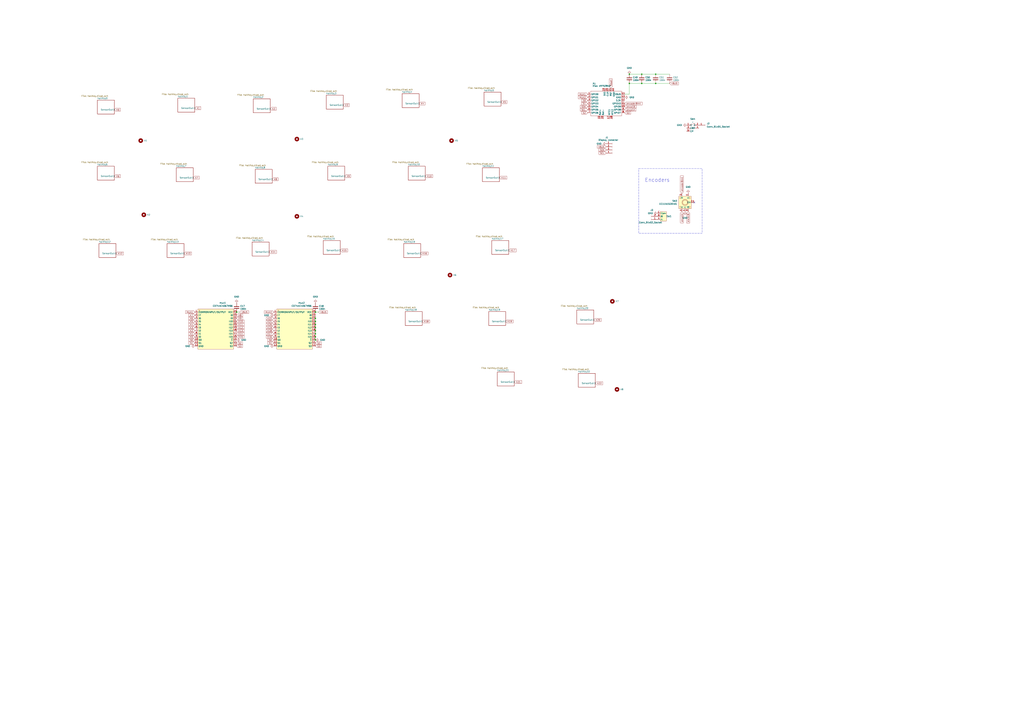
<source format=kicad_sch>
(kicad_sch
	(version 20250114)
	(generator "eeschema")
	(generator_version "9.0")
	(uuid "f39183b1-1109-46d9-9ae3-377f71bbe3c7")
	(paper "A1")
	(lib_symbols
		(symbol "Connector:Conn_01x01_Socket"
			(pin_names
				(offset 1.016)
				(hide yes)
			)
			(exclude_from_sim no)
			(in_bom yes)
			(on_board yes)
			(property "Reference" "J"
				(at 0 2.54 0)
				(effects
					(font
						(size 1.27 1.27)
					)
				)
			)
			(property "Value" "Conn_01x01_Socket"
				(at 0 -2.54 0)
				(effects
					(font
						(size 1.27 1.27)
					)
				)
			)
			(property "Footprint" ""
				(at 0 0 0)
				(effects
					(font
						(size 1.27 1.27)
					)
					(hide yes)
				)
			)
			(property "Datasheet" "~"
				(at 0 0 0)
				(effects
					(font
						(size 1.27 1.27)
					)
					(hide yes)
				)
			)
			(property "Description" "Generic connector, single row, 01x01, script generated"
				(at 0 0 0)
				(effects
					(font
						(size 1.27 1.27)
					)
					(hide yes)
				)
			)
			(property "ki_locked" ""
				(at 0 0 0)
				(effects
					(font
						(size 1.27 1.27)
					)
				)
			)
			(property "ki_keywords" "connector"
				(at 0 0 0)
				(effects
					(font
						(size 1.27 1.27)
					)
					(hide yes)
				)
			)
			(property "ki_fp_filters" "Connector*:*_1x??_*"
				(at 0 0 0)
				(effects
					(font
						(size 1.27 1.27)
					)
					(hide yes)
				)
			)
			(symbol "Conn_01x01_Socket_1_1"
				(polyline
					(pts
						(xy -1.27 0) (xy -0.508 0)
					)
					(stroke
						(width 0.1524)
						(type default)
					)
					(fill
						(type none)
					)
				)
				(arc
					(start 0 -0.508)
					(mid -0.5058 0)
					(end 0 0.508)
					(stroke
						(width 0.1524)
						(type default)
					)
					(fill
						(type none)
					)
				)
				(pin passive line
					(at -5.08 0 0)
					(length 3.81)
					(name "Pin_1"
						(effects
							(font
								(size 1.27 1.27)
							)
						)
					)
					(number "1"
						(effects
							(font
								(size 1.27 1.27)
							)
						)
					)
				)
			)
			(embedded_fonts no)
		)
		(symbol "Connector:Conn_01x02_Socket"
			(pin_names
				(offset 1.016)
				(hide yes)
			)
			(exclude_from_sim no)
			(in_bom yes)
			(on_board yes)
			(property "Reference" "J"
				(at 0 2.54 0)
				(effects
					(font
						(size 1.27 1.27)
					)
				)
			)
			(property "Value" "Conn_01x02_Socket"
				(at 0 -5.08 0)
				(effects
					(font
						(size 1.27 1.27)
					)
				)
			)
			(property "Footprint" ""
				(at 0 0 0)
				(effects
					(font
						(size 1.27 1.27)
					)
					(hide yes)
				)
			)
			(property "Datasheet" "~"
				(at 0 0 0)
				(effects
					(font
						(size 1.27 1.27)
					)
					(hide yes)
				)
			)
			(property "Description" "Generic connector, single row, 01x02, script generated"
				(at 0 0 0)
				(effects
					(font
						(size 1.27 1.27)
					)
					(hide yes)
				)
			)
			(property "ki_locked" ""
				(at 0 0 0)
				(effects
					(font
						(size 1.27 1.27)
					)
				)
			)
			(property "ki_keywords" "connector"
				(at 0 0 0)
				(effects
					(font
						(size 1.27 1.27)
					)
					(hide yes)
				)
			)
			(property "ki_fp_filters" "Connector*:*_1x??_*"
				(at 0 0 0)
				(effects
					(font
						(size 1.27 1.27)
					)
					(hide yes)
				)
			)
			(symbol "Conn_01x02_Socket_1_1"
				(polyline
					(pts
						(xy -1.27 0) (xy -0.508 0)
					)
					(stroke
						(width 0.1524)
						(type default)
					)
					(fill
						(type none)
					)
				)
				(polyline
					(pts
						(xy -1.27 -2.54) (xy -0.508 -2.54)
					)
					(stroke
						(width 0.1524)
						(type default)
					)
					(fill
						(type none)
					)
				)
				(arc
					(start 0 -0.508)
					(mid -0.5058 0)
					(end 0 0.508)
					(stroke
						(width 0.1524)
						(type default)
					)
					(fill
						(type none)
					)
				)
				(arc
					(start 0 -3.048)
					(mid -0.5058 -2.54)
					(end 0 -2.032)
					(stroke
						(width 0.1524)
						(type default)
					)
					(fill
						(type none)
					)
				)
				(pin passive line
					(at -5.08 0 0)
					(length 3.81)
					(name "Pin_1"
						(effects
							(font
								(size 1.27 1.27)
							)
						)
					)
					(number "1"
						(effects
							(font
								(size 1.27 1.27)
							)
						)
					)
				)
				(pin passive line
					(at -5.08 -2.54 0)
					(length 3.81)
					(name "Pin_2"
						(effects
							(font
								(size 1.27 1.27)
							)
						)
					)
					(number "2"
						(effects
							(font
								(size 1.27 1.27)
							)
						)
					)
				)
			)
			(embedded_fonts no)
		)
		(symbol "Connector:Conn_01x04_Socket"
			(pin_names
				(offset 1.016)
				(hide yes)
			)
			(exclude_from_sim no)
			(in_bom yes)
			(on_board yes)
			(property "Reference" "J"
				(at 0 5.08 0)
				(effects
					(font
						(size 1.27 1.27)
					)
				)
			)
			(property "Value" "Conn_01x04_Socket"
				(at 0 -7.62 0)
				(effects
					(font
						(size 1.27 1.27)
					)
				)
			)
			(property "Footprint" ""
				(at 0 0 0)
				(effects
					(font
						(size 1.27 1.27)
					)
					(hide yes)
				)
			)
			(property "Datasheet" "~"
				(at 0 0 0)
				(effects
					(font
						(size 1.27 1.27)
					)
					(hide yes)
				)
			)
			(property "Description" "Generic connector, single row, 01x04, script generated"
				(at 0 0 0)
				(effects
					(font
						(size 1.27 1.27)
					)
					(hide yes)
				)
			)
			(property "ki_locked" ""
				(at 0 0 0)
				(effects
					(font
						(size 1.27 1.27)
					)
				)
			)
			(property "ki_keywords" "connector"
				(at 0 0 0)
				(effects
					(font
						(size 1.27 1.27)
					)
					(hide yes)
				)
			)
			(property "ki_fp_filters" "Connector*:*_1x??_*"
				(at 0 0 0)
				(effects
					(font
						(size 1.27 1.27)
					)
					(hide yes)
				)
			)
			(symbol "Conn_01x04_Socket_1_1"
				(polyline
					(pts
						(xy -1.27 2.54) (xy -0.508 2.54)
					)
					(stroke
						(width 0.1524)
						(type default)
					)
					(fill
						(type none)
					)
				)
				(polyline
					(pts
						(xy -1.27 0) (xy -0.508 0)
					)
					(stroke
						(width 0.1524)
						(type default)
					)
					(fill
						(type none)
					)
				)
				(polyline
					(pts
						(xy -1.27 -2.54) (xy -0.508 -2.54)
					)
					(stroke
						(width 0.1524)
						(type default)
					)
					(fill
						(type none)
					)
				)
				(polyline
					(pts
						(xy -1.27 -5.08) (xy -0.508 -5.08)
					)
					(stroke
						(width 0.1524)
						(type default)
					)
					(fill
						(type none)
					)
				)
				(arc
					(start 0 2.032)
					(mid -0.5058 2.54)
					(end 0 3.048)
					(stroke
						(width 0.1524)
						(type default)
					)
					(fill
						(type none)
					)
				)
				(arc
					(start 0 -0.508)
					(mid -0.5058 0)
					(end 0 0.508)
					(stroke
						(width 0.1524)
						(type default)
					)
					(fill
						(type none)
					)
				)
				(arc
					(start 0 -3.048)
					(mid -0.5058 -2.54)
					(end 0 -2.032)
					(stroke
						(width 0.1524)
						(type default)
					)
					(fill
						(type none)
					)
				)
				(arc
					(start 0 -5.588)
					(mid -0.5058 -5.08)
					(end 0 -4.572)
					(stroke
						(width 0.1524)
						(type default)
					)
					(fill
						(type none)
					)
				)
				(pin passive line
					(at -5.08 2.54 0)
					(length 3.81)
					(name "Pin_1"
						(effects
							(font
								(size 1.27 1.27)
							)
						)
					)
					(number "1"
						(effects
							(font
								(size 1.27 1.27)
							)
						)
					)
				)
				(pin passive line
					(at -5.08 0 0)
					(length 3.81)
					(name "Pin_2"
						(effects
							(font
								(size 1.27 1.27)
							)
						)
					)
					(number "2"
						(effects
							(font
								(size 1.27 1.27)
							)
						)
					)
				)
				(pin passive line
					(at -5.08 -2.54 0)
					(length 3.81)
					(name "Pin_3"
						(effects
							(font
								(size 1.27 1.27)
							)
						)
					)
					(number "3"
						(effects
							(font
								(size 1.27 1.27)
							)
						)
					)
				)
				(pin passive line
					(at -5.08 -5.08 0)
					(length 3.81)
					(name "Pin_4"
						(effects
							(font
								(size 1.27 1.27)
							)
						)
					)
					(number "4"
						(effects
							(font
								(size 1.27 1.27)
							)
						)
					)
				)
			)
			(embedded_fonts no)
		)
		(symbol "Device:C"
			(pin_numbers
				(hide yes)
			)
			(pin_names
				(offset 0.254)
			)
			(exclude_from_sim no)
			(in_bom yes)
			(on_board yes)
			(property "Reference" "C"
				(at 0.635 2.54 0)
				(effects
					(font
						(size 1.27 1.27)
					)
					(justify left)
				)
			)
			(property "Value" "C"
				(at 0.635 -2.54 0)
				(effects
					(font
						(size 1.27 1.27)
					)
					(justify left)
				)
			)
			(property "Footprint" ""
				(at 0.9652 -3.81 0)
				(effects
					(font
						(size 1.27 1.27)
					)
					(hide yes)
				)
			)
			(property "Datasheet" "~"
				(at 0 0 0)
				(effects
					(font
						(size 1.27 1.27)
					)
					(hide yes)
				)
			)
			(property "Description" "Unpolarized capacitor"
				(at 0 0 0)
				(effects
					(font
						(size 1.27 1.27)
					)
					(hide yes)
				)
			)
			(property "ki_keywords" "cap capacitor"
				(at 0 0 0)
				(effects
					(font
						(size 1.27 1.27)
					)
					(hide yes)
				)
			)
			(property "ki_fp_filters" "C_*"
				(at 0 0 0)
				(effects
					(font
						(size 1.27 1.27)
					)
					(hide yes)
				)
			)
			(symbol "C_0_1"
				(polyline
					(pts
						(xy -2.032 0.762) (xy 2.032 0.762)
					)
					(stroke
						(width 0.508)
						(type default)
					)
					(fill
						(type none)
					)
				)
				(polyline
					(pts
						(xy -2.032 -0.762) (xy 2.032 -0.762)
					)
					(stroke
						(width 0.508)
						(type default)
					)
					(fill
						(type none)
					)
				)
			)
			(symbol "C_1_1"
				(pin passive line
					(at 0 3.81 270)
					(length 2.794)
					(name "~"
						(effects
							(font
								(size 1.27 1.27)
							)
						)
					)
					(number "1"
						(effects
							(font
								(size 1.27 1.27)
							)
						)
					)
				)
				(pin passive line
					(at 0 -3.81 90)
					(length 2.794)
					(name "~"
						(effects
							(font
								(size 1.27 1.27)
							)
						)
					)
					(number "2"
						(effects
							(font
								(size 1.27 1.27)
							)
						)
					)
				)
			)
			(embedded_fonts no)
		)
		(symbol "GND_1"
			(power)
			(pin_numbers
				(hide yes)
			)
			(pin_names
				(offset 0)
				(hide yes)
			)
			(exclude_from_sim no)
			(in_bom yes)
			(on_board yes)
			(property "Reference" "#PWR"
				(at 0 -6.35 0)
				(effects
					(font
						(size 1.27 1.27)
					)
					(hide yes)
				)
			)
			(property "Value" "GND"
				(at 0 -3.81 0)
				(effects
					(font
						(size 1.27 1.27)
					)
				)
			)
			(property "Footprint" ""
				(at 0 0 0)
				(effects
					(font
						(size 1.27 1.27)
					)
					(hide yes)
				)
			)
			(property "Datasheet" ""
				(at 0 0 0)
				(effects
					(font
						(size 1.27 1.27)
					)
					(hide yes)
				)
			)
			(property "Description" "Power symbol creates a global label with name \"GND\" , ground"
				(at 0 0 0)
				(effects
					(font
						(size 1.27 1.27)
					)
					(hide yes)
				)
			)
			(property "ki_keywords" "global power"
				(at 0 0 0)
				(effects
					(font
						(size 1.27 1.27)
					)
					(hide yes)
				)
			)
			(symbol "GND_1_0_1"
				(polyline
					(pts
						(xy 0 0) (xy 0 -1.27) (xy 1.27 -1.27) (xy 0 -2.54) (xy -1.27 -1.27) (xy 0 -1.27)
					)
					(stroke
						(width 0)
						(type default)
					)
					(fill
						(type none)
					)
				)
			)
			(symbol "GND_1_1_1"
				(pin power_in line
					(at 0 0 270)
					(length 0)
					(name "~"
						(effects
							(font
								(size 1.27 1.27)
							)
						)
					)
					(number "1"
						(effects
							(font
								(size 1.27 1.27)
							)
						)
					)
				)
			)
			(embedded_fonts no)
		)
		(symbol "GND_2"
			(power)
			(pin_numbers
				(hide yes)
			)
			(pin_names
				(offset 0)
				(hide yes)
			)
			(exclude_from_sim no)
			(in_bom yes)
			(on_board yes)
			(property "Reference" "#PWR"
				(at 0 -6.35 0)
				(effects
					(font
						(size 1.27 1.27)
					)
					(hide yes)
				)
			)
			(property "Value" "GND"
				(at 0 -3.81 0)
				(effects
					(font
						(size 1.27 1.27)
					)
				)
			)
			(property "Footprint" ""
				(at 0 0 0)
				(effects
					(font
						(size 1.27 1.27)
					)
					(hide yes)
				)
			)
			(property "Datasheet" ""
				(at 0 0 0)
				(effects
					(font
						(size 1.27 1.27)
					)
					(hide yes)
				)
			)
			(property "Description" "Power symbol creates a global label with name \"GND\" , ground"
				(at 0 0 0)
				(effects
					(font
						(size 1.27 1.27)
					)
					(hide yes)
				)
			)
			(property "ki_keywords" "global power"
				(at 0 0 0)
				(effects
					(font
						(size 1.27 1.27)
					)
					(hide yes)
				)
			)
			(symbol "GND_2_0_1"
				(polyline
					(pts
						(xy 0 0) (xy 0 -1.27) (xy 1.27 -1.27) (xy 0 -2.54) (xy -1.27 -1.27) (xy 0 -1.27)
					)
					(stroke
						(width 0)
						(type default)
					)
					(fill
						(type none)
					)
				)
			)
			(symbol "GND_2_1_1"
				(pin power_in line
					(at 0 0 270)
					(length 0)
					(name "~"
						(effects
							(font
								(size 1.27 1.27)
							)
						)
					)
					(number "1"
						(effects
							(font
								(size 1.27 1.27)
							)
						)
					)
				)
			)
			(embedded_fonts no)
		)
		(symbol "GND_3"
			(power)
			(pin_numbers
				(hide yes)
			)
			(pin_names
				(offset 0)
				(hide yes)
			)
			(exclude_from_sim no)
			(in_bom yes)
			(on_board yes)
			(property "Reference" "#PWR"
				(at 0 -6.35 0)
				(effects
					(font
						(size 1.27 1.27)
					)
					(hide yes)
				)
			)
			(property "Value" "GND"
				(at 0 -3.81 0)
				(effects
					(font
						(size 1.27 1.27)
					)
				)
			)
			(property "Footprint" ""
				(at 0 0 0)
				(effects
					(font
						(size 1.27 1.27)
					)
					(hide yes)
				)
			)
			(property "Datasheet" ""
				(at 0 0 0)
				(effects
					(font
						(size 1.27 1.27)
					)
					(hide yes)
				)
			)
			(property "Description" "Power symbol creates a global label with name \"GND\" , ground"
				(at 0 0 0)
				(effects
					(font
						(size 1.27 1.27)
					)
					(hide yes)
				)
			)
			(property "ki_keywords" "global power"
				(at 0 0 0)
				(effects
					(font
						(size 1.27 1.27)
					)
					(hide yes)
				)
			)
			(symbol "GND_3_0_1"
				(polyline
					(pts
						(xy 0 0) (xy 0 -1.27) (xy 1.27 -1.27) (xy 0 -2.54) (xy -1.27 -1.27) (xy 0 -1.27)
					)
					(stroke
						(width 0)
						(type default)
					)
					(fill
						(type none)
					)
				)
			)
			(symbol "GND_3_1_1"
				(pin power_in line
					(at 0 0 270)
					(length 0)
					(name "~"
						(effects
							(font
								(size 1.27 1.27)
							)
						)
					)
					(number "1"
						(effects
							(font
								(size 1.27 1.27)
							)
						)
					)
				)
			)
			(embedded_fonts no)
		)
		(symbol "GND_4"
			(power)
			(pin_numbers
				(hide yes)
			)
			(pin_names
				(offset 0)
				(hide yes)
			)
			(exclude_from_sim no)
			(in_bom yes)
			(on_board yes)
			(property "Reference" "#PWR"
				(at 0 -6.35 0)
				(effects
					(font
						(size 1.27 1.27)
					)
					(hide yes)
				)
			)
			(property "Value" "GND"
				(at 0 -3.81 0)
				(effects
					(font
						(size 1.27 1.27)
					)
				)
			)
			(property "Footprint" ""
				(at 0 0 0)
				(effects
					(font
						(size 1.27 1.27)
					)
					(hide yes)
				)
			)
			(property "Datasheet" ""
				(at 0 0 0)
				(effects
					(font
						(size 1.27 1.27)
					)
					(hide yes)
				)
			)
			(property "Description" "Power symbol creates a global label with name \"GND\" , ground"
				(at 0 0 0)
				(effects
					(font
						(size 1.27 1.27)
					)
					(hide yes)
				)
			)
			(property "ki_keywords" "global power"
				(at 0 0 0)
				(effects
					(font
						(size 1.27 1.27)
					)
					(hide yes)
				)
			)
			(symbol "GND_4_0_1"
				(polyline
					(pts
						(xy 0 0) (xy 0 -1.27) (xy 1.27 -1.27) (xy 0 -2.54) (xy -1.27 -1.27) (xy 0 -1.27)
					)
					(stroke
						(width 0)
						(type default)
					)
					(fill
						(type none)
					)
				)
			)
			(symbol "GND_4_1_1"
				(pin power_in line
					(at 0 0 270)
					(length 0)
					(name "~"
						(effects
							(font
								(size 1.27 1.27)
							)
						)
					)
					(number "1"
						(effects
							(font
								(size 1.27 1.27)
							)
						)
					)
				)
			)
			(embedded_fonts no)
		)
		(symbol "Mechanical:MountingHole"
			(pin_names
				(offset 1.016)
			)
			(exclude_from_sim no)
			(in_bom yes)
			(on_board yes)
			(property "Reference" "H"
				(at 0 5.08 0)
				(effects
					(font
						(size 1.27 1.27)
					)
				)
			)
			(property "Value" "MountingHole"
				(at 0 3.175 0)
				(effects
					(font
						(size 1.27 1.27)
					)
				)
			)
			(property "Footprint" ""
				(at 0 0 0)
				(effects
					(font
						(size 1.27 1.27)
					)
					(hide yes)
				)
			)
			(property "Datasheet" "~"
				(at 0 0 0)
				(effects
					(font
						(size 1.27 1.27)
					)
					(hide yes)
				)
			)
			(property "Description" "Mounting Hole without connection"
				(at 0 0 0)
				(effects
					(font
						(size 1.27 1.27)
					)
					(hide yes)
				)
			)
			(property "ki_keywords" "mounting hole"
				(at 0 0 0)
				(effects
					(font
						(size 1.27 1.27)
					)
					(hide yes)
				)
			)
			(property "ki_fp_filters" "MountingHole*"
				(at 0 0 0)
				(effects
					(font
						(size 1.27 1.27)
					)
					(hide yes)
				)
			)
			(symbol "MountingHole_0_1"
				(circle
					(center 0 0)
					(radius 1.27)
					(stroke
						(width 1.27)
						(type default)
					)
					(fill
						(type none)
					)
				)
			)
			(embedded_fonts no)
		)
		(symbol "power:GND"
			(power)
			(pin_names
				(offset 0)
			)
			(exclude_from_sim no)
			(in_bom yes)
			(on_board yes)
			(property "Reference" "#PWR"
				(at 0 -6.35 0)
				(effects
					(font
						(size 1.27 1.27)
					)
					(hide yes)
				)
			)
			(property "Value" "GND"
				(at 0 -3.81 0)
				(effects
					(font
						(size 1.27 1.27)
					)
				)
			)
			(property "Footprint" ""
				(at 0 0 0)
				(effects
					(font
						(size 1.27 1.27)
					)
					(hide yes)
				)
			)
			(property "Datasheet" ""
				(at 0 0 0)
				(effects
					(font
						(size 1.27 1.27)
					)
					(hide yes)
				)
			)
			(property "Description" "Power symbol creates a global label with name \"GND\" , ground"
				(at 0 0 0)
				(effects
					(font
						(size 1.27 1.27)
					)
					(hide yes)
				)
			)
			(property "ki_keywords" "global power"
				(at 0 0 0)
				(effects
					(font
						(size 1.27 1.27)
					)
					(hide yes)
				)
			)
			(symbol "GND_0_1"
				(polyline
					(pts
						(xy 0 0) (xy 0 -1.27) (xy 1.27 -1.27) (xy 0 -2.54) (xy -1.27 -1.27) (xy 0 -1.27)
					)
					(stroke
						(width 0)
						(type default)
					)
					(fill
						(type none)
					)
				)
			)
			(symbol "GND_1_1"
				(pin power_in line
					(at 0 0 270)
					(length 0)
					(hide yes)
					(name "GND"
						(effects
							(font
								(size 1.27 1.27)
							)
						)
					)
					(number "1"
						(effects
							(font
								(size 1.27 1.27)
							)
						)
					)
				)
			)
			(embedded_fonts no)
		)
		(symbol "symbolLib:CD74HC4067M96"
			(exclude_from_sim no)
			(in_bom yes)
			(on_board yes)
			(property "Reference" "mux1"
				(at 5.08 21.59 0)
				(effects
					(font
						(size 1.27 1.27)
					)
				)
			)
			(property "Value" "CD74HC4067M96"
				(at 5.08 19.05 0)
				(effects
					(font
						(size 1.27 1.27)
					)
				)
			)
			(property "Footprint" ":SOIC-24_L15.4-W7.5-P1.27-LS10.3-BL"
				(at 0 -21.59 0)
				(effects
					(font
						(size 1.27 1.27)
					)
					(hide yes)
				)
			)
			(property "Datasheet" "https://lcsc.com/product-detail/New-Arrivals_Texas-Instruments-Texas-Instruments-CD74HC4067M96_C496123.html"
				(at 0 -24.13 0)
				(effects
					(font
						(size 1.27 1.27)
					)
					(hide yes)
				)
			)
			(property "Description" ""
				(at 5.08 0 0)
				(effects
					(font
						(size 1.27 1.27)
					)
					(hide yes)
				)
			)
			(property "LCSC Part" "C496123"
				(at 0 -26.67 0)
				(effects
					(font
						(size 1.27 1.27)
					)
					(hide yes)
				)
			)
			(symbol "CD74HC4067M96_0_1"
				(rectangle
					(start -15.24 16.51)
					(end 13.97 -16.51)
					(stroke
						(width 0)
						(type default)
					)
					(fill
						(type background)
					)
				)
				(circle
					(center -13.97 15.24)
					(radius 0.38)
					(stroke
						(width 0)
						(type default)
					)
					(fill
						(type none)
					)
				)
				(pin unspecified line
					(at -17.78 13.97 0)
					(length 2.54)
					(name "COMMONINPUT/OUTPUT"
						(effects
							(font
								(size 1.27 1.27)
							)
						)
					)
					(number "1"
						(effects
							(font
								(size 1.27 1.27)
							)
						)
					)
				)
				(pin unspecified line
					(at -17.78 11.43 0)
					(length 2.54)
					(name "I7"
						(effects
							(font
								(size 1.27 1.27)
							)
						)
					)
					(number "2"
						(effects
							(font
								(size 1.27 1.27)
							)
						)
					)
				)
				(pin unspecified line
					(at -17.78 8.89 0)
					(length 2.54)
					(name "I6"
						(effects
							(font
								(size 1.27 1.27)
							)
						)
					)
					(number "3"
						(effects
							(font
								(size 1.27 1.27)
							)
						)
					)
				)
				(pin unspecified line
					(at -17.78 6.35 0)
					(length 2.54)
					(name "I5"
						(effects
							(font
								(size 1.27 1.27)
							)
						)
					)
					(number "4"
						(effects
							(font
								(size 1.27 1.27)
							)
						)
					)
				)
				(pin unspecified line
					(at -17.78 3.81 0)
					(length 2.54)
					(name "I4"
						(effects
							(font
								(size 1.27 1.27)
							)
						)
					)
					(number "5"
						(effects
							(font
								(size 1.27 1.27)
							)
						)
					)
				)
				(pin unspecified line
					(at -17.78 1.27 0)
					(length 2.54)
					(name "I3"
						(effects
							(font
								(size 1.27 1.27)
							)
						)
					)
					(number "6"
						(effects
							(font
								(size 1.27 1.27)
							)
						)
					)
				)
				(pin unspecified line
					(at -17.78 -1.27 0)
					(length 2.54)
					(name "I2"
						(effects
							(font
								(size 1.27 1.27)
							)
						)
					)
					(number "7"
						(effects
							(font
								(size 1.27 1.27)
							)
						)
					)
				)
				(pin unspecified line
					(at -17.78 -3.81 0)
					(length 2.54)
					(name "I1"
						(effects
							(font
								(size 1.27 1.27)
							)
						)
					)
					(number "8"
						(effects
							(font
								(size 1.27 1.27)
							)
						)
					)
				)
				(pin unspecified line
					(at -17.78 -6.35 0)
					(length 2.54)
					(name "I0"
						(effects
							(font
								(size 1.27 1.27)
							)
						)
					)
					(number "9"
						(effects
							(font
								(size 1.27 1.27)
							)
						)
					)
				)
				(pin unspecified line
					(at -17.78 -8.89 0)
					(length 2.54)
					(name "S0"
						(effects
							(font
								(size 1.27 1.27)
							)
						)
					)
					(number "10"
						(effects
							(font
								(size 1.27 1.27)
							)
						)
					)
				)
				(pin unspecified line
					(at -17.78 -11.43 0)
					(length 2.54)
					(name "S1"
						(effects
							(font
								(size 1.27 1.27)
							)
						)
					)
					(number "11"
						(effects
							(font
								(size 1.27 1.27)
							)
						)
					)
				)
				(pin unspecified line
					(at -17.78 -13.97 0)
					(length 2.54)
					(name "GND"
						(effects
							(font
								(size 1.27 1.27)
							)
						)
					)
					(number "12"
						(effects
							(font
								(size 1.27 1.27)
							)
						)
					)
				)
				(pin unspecified line
					(at 16.51 13.97 180)
					(length 2.54)
					(name "VCC"
						(effects
							(font
								(size 1.27 1.27)
							)
						)
					)
					(number "24"
						(effects
							(font
								(size 1.27 1.27)
							)
						)
					)
				)
				(pin unspecified line
					(at 16.51 11.43 180)
					(length 2.54)
					(name "I8"
						(effects
							(font
								(size 1.27 1.27)
							)
						)
					)
					(number "23"
						(effects
							(font
								(size 1.27 1.27)
							)
						)
					)
				)
				(pin unspecified line
					(at 16.51 8.89 180)
					(length 2.54)
					(name "I9"
						(effects
							(font
								(size 1.27 1.27)
							)
						)
					)
					(number "22"
						(effects
							(font
								(size 1.27 1.27)
							)
						)
					)
				)
				(pin unspecified line
					(at 16.51 6.35 180)
					(length 2.54)
					(name "I10"
						(effects
							(font
								(size 1.27 1.27)
							)
						)
					)
					(number "21"
						(effects
							(font
								(size 1.27 1.27)
							)
						)
					)
				)
				(pin unspecified line
					(at 16.51 3.81 180)
					(length 2.54)
					(name "I11"
						(effects
							(font
								(size 1.27 1.27)
							)
						)
					)
					(number "20"
						(effects
							(font
								(size 1.27 1.27)
							)
						)
					)
				)
				(pin unspecified line
					(at 16.51 1.27 180)
					(length 2.54)
					(name "I12"
						(effects
							(font
								(size 1.27 1.27)
							)
						)
					)
					(number "19"
						(effects
							(font
								(size 1.27 1.27)
							)
						)
					)
				)
				(pin unspecified line
					(at 16.51 -1.27 180)
					(length 2.54)
					(name "I13"
						(effects
							(font
								(size 1.27 1.27)
							)
						)
					)
					(number "18"
						(effects
							(font
								(size 1.27 1.27)
							)
						)
					)
				)
				(pin unspecified line
					(at 16.51 -3.81 180)
					(length 2.54)
					(name "I14"
						(effects
							(font
								(size 1.27 1.27)
							)
						)
					)
					(number "17"
						(effects
							(font
								(size 1.27 1.27)
							)
						)
					)
				)
				(pin unspecified line
					(at 16.51 -6.35 180)
					(length 2.54)
					(name "I15"
						(effects
							(font
								(size 1.27 1.27)
							)
						)
					)
					(number "16"
						(effects
							(font
								(size 1.27 1.27)
							)
						)
					)
				)
				(pin unspecified line
					(at 16.51 -8.89 180)
					(length 2.54)
					(name "~{E}"
						(effects
							(font
								(size 1.27 1.27)
							)
						)
					)
					(number "15"
						(effects
							(font
								(size 1.27 1.27)
							)
						)
					)
				)
				(pin unspecified line
					(at 16.51 -11.43 180)
					(length 2.54)
					(name "S2"
						(effects
							(font
								(size 1.27 1.27)
							)
						)
					)
					(number "14"
						(effects
							(font
								(size 1.27 1.27)
							)
						)
					)
				)
				(pin unspecified line
					(at 16.51 -13.97 180)
					(length 2.54)
					(name "S3"
						(effects
							(font
								(size 1.27 1.27)
							)
						)
					)
					(number "13"
						(effects
							(font
								(size 1.27 1.27)
							)
						)
					)
				)
			)
			(embedded_fonts no)
		)
		(symbol "symbolLib:EC11N1520401"
			(exclude_from_sim no)
			(in_bom yes)
			(on_board yes)
			(property "Reference" "SW"
				(at 0 12.7 0)
				(effects
					(font
						(size 1.27 1.27)
					)
				)
			)
			(property "Value" "EC11N1520401"
				(at 0 -12.7 0)
				(effects
					(font
						(size 1.27 1.27)
					)
				)
			)
			(property "Footprint" ":SW-TH_EC11NXXXX"
				(at 0 -15.24 0)
				(effects
					(font
						(size 1.27 1.27)
					)
					(hide yes)
				)
			)
			(property "Datasheet" "https://lcsc.com/product-detail/Coded-Rotary-Switches_ALPS-Electric-EC11N1520401_C470703.html"
				(at 0 -17.78 0)
				(effects
					(font
						(size 1.27 1.27)
					)
					(hide yes)
				)
			)
			(property "Description" ""
				(at 0 0 0)
				(effects
					(font
						(size 1.27 1.27)
					)
					(hide yes)
				)
			)
			(property "LCSC Part" "C470703"
				(at 0 -20.32 0)
				(effects
					(font
						(size 1.27 1.27)
					)
					(hide yes)
				)
			)
			(symbol "EC11N1520401_0_1"
				(rectangle
					(start -5.08 5.08)
					(end 5.08 -5.08)
					(stroke
						(width 0)
						(type default)
					)
					(fill
						(type background)
					)
				)
				(circle
					(center -3.81 3.81)
					(radius 0.64)
					(stroke
						(width 0)
						(type default)
					)
					(fill
						(type none)
					)
				)
				(circle
					(center -3.81 -3.81)
					(radius 0.64)
					(stroke
						(width 0)
						(type default)
					)
					(fill
						(type none)
					)
				)
				(circle
					(center 0 0)
					(radius 1.91)
					(stroke
						(width 0)
						(type default)
					)
					(fill
						(type none)
					)
				)
				(circle
					(center 0 0)
					(radius 2.54)
					(stroke
						(width 0)
						(type default)
					)
					(fill
						(type none)
					)
				)
				(circle
					(center 3.81 3.81)
					(radius 0.64)
					(stroke
						(width 0)
						(type default)
					)
					(fill
						(type none)
					)
				)
				(circle
					(center 3.81 -3.81)
					(radius 0.64)
					(stroke
						(width 0)
						(type default)
					)
					(fill
						(type none)
					)
				)
				(pin unspecified line
					(at -2.54 7.62 270)
					(length 2.54)
					(name "D"
						(effects
							(font
								(size 1.27 1.27)
							)
						)
					)
					(number "D"
						(effects
							(font
								(size 1.27 1.27)
							)
						)
					)
				)
				(pin unspecified line
					(at -2.54 -7.62 90)
					(length 2.54)
					(name "A"
						(effects
							(font
								(size 1.27 1.27)
							)
						)
					)
					(number "A"
						(effects
							(font
								(size 1.27 1.27)
							)
						)
					)
				)
				(pin unspecified line
					(at 0 -7.62 90)
					(length 2.54)
					(name "C"
						(effects
							(font
								(size 1.27 1.27)
							)
						)
					)
					(number "C"
						(effects
							(font
								(size 1.27 1.27)
							)
						)
					)
				)
				(pin unspecified line
					(at 2.54 7.62 270)
					(length 2.54)
					(name "E"
						(effects
							(font
								(size 1.27 1.27)
							)
						)
					)
					(number "E"
						(effects
							(font
								(size 1.27 1.27)
							)
						)
					)
				)
				(pin unspecified line
					(at 2.54 -7.62 90)
					(length 2.54)
					(name "B"
						(effects
							(font
								(size 1.27 1.27)
							)
						)
					)
					(number "B"
						(effects
							(font
								(size 1.27 1.27)
							)
						)
					)
				)
				(pin unspecified line
					(at 7.62 0 180)
					(length 2.54)
					(name "EH"
						(effects
							(font
								(size 1.27 1.27)
							)
						)
					)
					(number "EH"
						(effects
							(font
								(size 1.27 1.27)
							)
						)
					)
				)
			)
			(embedded_fonts no)
		)
		(symbol "symbolLib:Seeed_Studio_Xiao_nRF52840"
			(exclude_from_sim no)
			(in_bom yes)
			(on_board yes)
			(property "Reference" "H1"
				(at -7.366 16.256 0)
				(effects
					(font
						(size 1.27 1.27)
					)
					(justify left)
				)
			)
			(property "Value" "Xiao nRF52840"
				(at -7.4579 14.478 0)
				(effects
					(font
						(size 1.27 1.27)
					)
					(justify left)
				)
			)
			(property "Footprint" "footprints:XIAO-nRF52840-DIP"
				(at 0 0 0)
				(effects
					(font
						(size 1.27 1.27)
					)
					(hide yes)
				)
			)
			(property "Datasheet" ""
				(at 0 0 0)
				(effects
					(font
						(size 1.27 1.27)
					)
					(hide yes)
				)
			)
			(property "Description" ""
				(at 0 0 0)
				(effects
					(font
						(size 1.27 1.27)
					)
					(hide yes)
				)
			)
			(symbol "Seeed_Studio_Xiao_nRF52840_0_1"
				(rectangle
					(start -8.89 10.16)
					(end 16.51 -10.16)
					(stroke
						(width 0)
						(type default)
					)
					(fill
						(type none)
					)
				)
			)
			(symbol "Seeed_Studio_Xiao_nRF52840_1_1"
				(pin input line
					(at -11.43 7.62 0)
					(length 2.54)
					(name "GPIO0"
						(effects
							(font
								(size 1.27 1.27)
							)
						)
					)
					(number "1"
						(effects
							(font
								(size 1.27 1.27)
							)
						)
					)
				)
				(pin input line
					(at -11.43 5.08 0)
					(length 2.54)
					(name "GPIO1"
						(effects
							(font
								(size 1.27 1.27)
							)
						)
					)
					(number "2"
						(effects
							(font
								(size 1.27 1.27)
							)
						)
					)
				)
				(pin input line
					(at -11.43 2.54 0)
					(length 2.54)
					(name "GPIO2"
						(effects
							(font
								(size 1.27 1.27)
							)
						)
					)
					(number "3"
						(effects
							(font
								(size 1.27 1.27)
							)
						)
					)
				)
				(pin input line
					(at -11.43 0 0)
					(length 2.54)
					(name "GPIO3"
						(effects
							(font
								(size 1.27 1.27)
							)
						)
					)
					(number "4"
						(effects
							(font
								(size 1.27 1.27)
							)
						)
					)
				)
				(pin input line
					(at -11.43 -2.54 0)
					(length 2.54)
					(name "GPIO4"
						(effects
							(font
								(size 1.27 1.27)
							)
						)
					)
					(number "5"
						(effects
							(font
								(size 1.27 1.27)
							)
						)
					)
				)
				(pin input line
					(at -11.43 -5.08 0)
					(length 2.54)
					(name "GPIO5"
						(effects
							(font
								(size 1.27 1.27)
							)
						)
					)
					(number "6"
						(effects
							(font
								(size 1.27 1.27)
							)
						)
					)
				)
				(pin input line
					(at -11.43 -7.62 0)
					(length 2.54)
					(name "GPIO6"
						(effects
							(font
								(size 1.27 1.27)
							)
						)
					)
					(number "7"
						(effects
							(font
								(size 1.27 1.27)
							)
						)
					)
				)
				(pin input line
					(at -1.27 -12.7 90)
					(length 2.54)
					(name "Bat+"
						(effects
							(font
								(size 1.27 1.27)
							)
						)
					)
					(number "15"
						(effects
							(font
								(size 1.27 1.27)
							)
						)
					)
				)
				(pin input line
					(at 1.27 -12.7 90)
					(length 2.54)
					(name "Bat-"
						(effects
							(font
								(size 1.27 1.27)
							)
						)
					)
					(number "16"
						(effects
							(font
								(size 1.27 1.27)
							)
						)
					)
				)
				(pin input line
					(at 2.54 12.7 270)
					(length 2.54)
					(name "DIO"
						(effects
							(font
								(size 1.27 1.27)
							)
						)
					)
					(number "19"
						(effects
							(font
								(size 1.27 1.27)
							)
						)
					)
				)
				(pin input line
					(at 5.08 12.7 270)
					(length 2.54)
					(name "CLR"
						(effects
							(font
								(size 1.27 1.27)
							)
						)
					)
					(number "20"
						(effects
							(font
								(size 1.27 1.27)
							)
						)
					)
				)
				(pin input line
					(at 6.35 -12.7 90)
					(length 2.54)
					(name "NFC1"
						(effects
							(font
								(size 1.27 1.27)
							)
						)
					)
					(number "17"
						(effects
							(font
								(size 1.27 1.27)
							)
						)
					)
				)
				(pin input line
					(at 7.62 12.7 270)
					(length 2.54)
					(name "RST"
						(effects
							(font
								(size 1.27 1.27)
							)
						)
					)
					(number "21"
						(effects
							(font
								(size 1.27 1.27)
							)
						)
					)
				)
				(pin input line
					(at 8.89 -12.7 90)
					(length 2.54)
					(name "NFC2"
						(effects
							(font
								(size 1.27 1.27)
							)
						)
					)
					(number "18"
						(effects
							(font
								(size 1.27 1.27)
							)
						)
					)
				)
				(pin input line
					(at 10.16 12.7 270)
					(length 2.54)
					(name "GND"
						(effects
							(font
								(size 1.27 1.27)
							)
						)
					)
					(number "22"
						(effects
							(font
								(size 1.27 1.27)
							)
						)
					)
				)
				(pin input line
					(at 19.05 7.62 180)
					(length 2.54)
					(name "VBUS"
						(effects
							(font
								(size 1.27 1.27)
							)
						)
					)
					(number "14"
						(effects
							(font
								(size 1.27 1.27)
							)
						)
					)
				)
				(pin input line
					(at 19.05 5.08 180)
					(length 2.54)
					(name "GND"
						(effects
							(font
								(size 1.27 1.27)
							)
						)
					)
					(number "13"
						(effects
							(font
								(size 1.27 1.27)
							)
						)
					)
				)
				(pin input line
					(at 19.05 2.54 180)
					(length 2.54)
					(name "3.3V"
						(effects
							(font
								(size 1.27 1.27)
							)
						)
					)
					(number "12"
						(effects
							(font
								(size 1.27 1.27)
							)
						)
					)
				)
				(pin input line
					(at 19.05 0 180)
					(length 2.54)
					(name "GPIO10"
						(effects
							(font
								(size 1.27 1.27)
							)
						)
					)
					(number "11"
						(effects
							(font
								(size 1.27 1.27)
							)
						)
					)
				)
				(pin input line
					(at 19.05 -2.54 180)
					(length 2.54)
					(name "GPIO9"
						(effects
							(font
								(size 1.27 1.27)
							)
						)
					)
					(number "10"
						(effects
							(font
								(size 1.27 1.27)
							)
						)
					)
				)
				(pin input line
					(at 19.05 -5.08 180)
					(length 2.54)
					(name "GPIO8"
						(effects
							(font
								(size 1.27 1.27)
							)
						)
					)
					(number "9"
						(effects
							(font
								(size 1.27 1.27)
							)
						)
					)
				)
				(pin input line
					(at 19.05 -7.62 180)
					(length 2.54)
					(name "GPIO7"
						(effects
							(font
								(size 1.27 1.27)
							)
						)
					)
					(number "8"
						(effects
							(font
								(size 1.27 1.27)
							)
						)
					)
				)
			)
			(embedded_fonts no)
		)
		(symbol "symbolLib:TCEPQR_0_1"
			(exclude_from_sim no)
			(in_bom yes)
			(on_board yes)
			(property "Reference" ""
				(at 0 0 0)
				(effects
					(font
						(size 1.27 1.27)
					)
				)
			)
			(property "Value" ""
				(at 0 0 0)
				(effects
					(font
						(size 1.27 1.27)
					)
				)
			)
			(property "Footprint" ""
				(at 0 0 0)
				(effects
					(font
						(size 1.27 1.27)
					)
					(hide yes)
				)
			)
			(property "Datasheet" ""
				(at 0 0 0)
				(effects
					(font
						(size 1.27 1.27)
					)
					(hide yes)
				)
			)
			(property "Description" ""
				(at 0 0 0)
				(effects
					(font
						(size 1.27 1.27)
					)
					(hide yes)
				)
			)
			(symbol "TCEPQR_0_1_1_1"
				(polyline
					(pts
						(xy -2.54 0) (xy 2.54 0)
					)
					(stroke
						(width 0)
						(type default)
					)
					(fill
						(type none)
					)
				)
				(polyline
					(pts
						(xy -2.54 -2.54) (xy -2.54 0)
					)
					(stroke
						(width 0)
						(type default)
					)
					(fill
						(type none)
					)
				)
				(circle
					(center -2.03 2.54)
					(radius 0.51)
					(stroke
						(width 0)
						(type default)
					)
					(fill
						(type none)
					)
				)
				(polyline
					(pts
						(xy 2.03 4.06) (xy -2.03 3.05)
					)
					(stroke
						(width 0)
						(type default)
					)
					(fill
						(type none)
					)
				)
				(circle
					(center 2.03 2.54)
					(radius 0.51)
					(stroke
						(width 0)
						(type default)
					)
					(fill
						(type none)
					)
				)
				(pin unspecified line
					(at -5.08 2.54 0)
					(length 2.54)
					(name "1"
						(effects
							(font
								(size 1.27 1.27)
							)
						)
					)
					(number "1"
						(effects
							(font
								(size 1.27 1.27)
							)
						)
					)
				)
				(pin unspecified line
					(at -5.08 0 0)
					(length 2.54)
					(name "EP"
						(effects
							(font
								(size 1.27 1.27)
							)
						)
					)
					(number "3"
						(effects
							(font
								(size 1.27 1.27)
							)
						)
					)
				)
				(pin unspecified line
					(at -5.08 -2.54 0)
					(length 2.54)
					(name "EP"
						(effects
							(font
								(size 1.27 1.27)
							)
						)
					)
					(number "5"
						(effects
							(font
								(size 1.27 1.27)
							)
						)
					)
				)
				(pin unspecified line
					(at 5.08 2.54 180)
					(length 2.54)
					(name "2"
						(effects
							(font
								(size 1.27 1.27)
							)
						)
					)
					(number "2"
						(effects
							(font
								(size 1.27 1.27)
							)
						)
					)
				)
				(pin unspecified line
					(at 5.08 0 180)
					(length 2.54)
					(name "EP"
						(effects
							(font
								(size 1.27 1.27)
							)
						)
					)
					(number "4"
						(effects
							(font
								(size 1.27 1.27)
							)
						)
					)
				)
			)
			(embedded_fonts no)
		)
		(symbol "symbolLib:mouseEncoder"
			(exclude_from_sim no)
			(in_bom yes)
			(on_board yes)
			(property "Reference" "SW"
				(at 0 4.826 0)
				(effects
					(font
						(size 1.27 1.27)
					)
				)
			)
			(property "Value" ""
				(at 0 0 0)
				(effects
					(font
						(size 1.27 1.27)
					)
				)
			)
			(property "Footprint" ""
				(at 0 0 0)
				(effects
					(font
						(size 1.27 1.27)
					)
					(hide yes)
				)
			)
			(property "Datasheet" ""
				(at 0 0 0)
				(effects
					(font
						(size 1.27 1.27)
					)
					(hide yes)
				)
			)
			(property "Description" ""
				(at 0 0 0)
				(effects
					(font
						(size 1.27 1.27)
					)
					(hide yes)
				)
			)
			(symbol "mouseEncoder_1_1"
				(rectangle
					(start -3.81 3.81)
					(end 3.81 -1.27)
					(stroke
						(width 0)
						(type default)
					)
					(fill
						(type background)
					)
				)
				(pin input line
					(at -2.54 -3.81 90)
					(length 2.54)
					(name "Com"
						(effects
							(font
								(size 1.27 1.27)
							)
						)
					)
					(number "C"
						(effects
							(font
								(size 1.27 1.27)
							)
						)
					)
				)
				(pin output line
					(at 0 -3.81 90)
					(length 2.54)
					(name "B"
						(effects
							(font
								(size 1.27 1.27)
							)
						)
					)
					(number "B"
						(effects
							(font
								(size 1.27 1.27)
							)
						)
					)
				)
				(pin output line
					(at 2.54 -3.81 90)
					(length 2.54)
					(name "A"
						(effects
							(font
								(size 1.27 1.27)
							)
						)
					)
					(number "A"
						(effects
							(font
								(size 1.27 1.27)
							)
						)
					)
				)
			)
			(embedded_fonts no)
		)
	)
	(rectangle
		(start 524.51 138.43)
		(end 576.58 191.77)
		(stroke
			(width 0)
			(type dash)
		)
		(fill
			(type none)
		)
		(uuid 97c5edbd-164c-43b8-80ea-c333134d0c37)
	)
	(text "Encoders"
		(exclude_from_sim no)
		(at 529.59 149.86 0)
		(effects
			(font
				(size 3 3)
			)
			(justify left bottom)
		)
		(uuid "81df97fd-ed53-47f5-b344-4c8f35772e22")
	)
	(junction
		(at 194.31 256.54)
		(diameter 0)
		(color 0 0 0 0)
		(uuid "0d18ca79-89d0-482e-a145-40cabe905137")
	)
	(junction
		(at 538.48 68.58)
		(diameter 0)
		(color 0 0 0 0)
		(uuid "2d2c44f5-689b-44f7-8e5b-b9518c4ac75e")
	)
	(junction
		(at 516.89 68.58)
		(diameter 0)
		(color 0 0 0 0)
		(uuid "70dc9018-165d-479a-b138-b9396387a43c")
	)
	(junction
		(at 259.08 279.4)
		(diameter 0)
		(color 0 0 0 0)
		(uuid "7c75b7d7-0b9a-467d-8522-dfcfee2c9dd1")
	)
	(junction
		(at 259.08 256.54)
		(diameter 0)
		(color 0 0 0 0)
		(uuid "998fc8a5-5090-465a-8777-158dc92ffa24")
	)
	(junction
		(at 259.08 261.62)
		(diameter 0)
		(color 0 0 0 0)
		(uuid "b1922c37-12a5-4652-87d3-1b5f32c2a6a7")
	)
	(junction
		(at 259.08 264.16)
		(diameter 0)
		(color 0 0 0 0)
		(uuid "b5d36a7b-8add-4c1e-9b76-7442cb7cb3c8")
	)
	(junction
		(at 259.08 274.32)
		(diameter 0)
		(color 0 0 0 0)
		(uuid "bc37d786-b7e5-4abf-940f-70fa580ee759")
	)
	(junction
		(at 527.05 60.96)
		(diameter 0)
		(color 0 0 0 0)
		(uuid "c8304ba1-4484-473f-b024-1d6d8234df35")
	)
	(junction
		(at 527.05 68.58)
		(diameter 0)
		(color 0 0 0 0)
		(uuid "cb749d89-4c6c-4aa7-9f10-ae5256f26205")
	)
	(junction
		(at 259.08 266.7)
		(diameter 0)
		(color 0 0 0 0)
		(uuid "ddd0bc65-c9e2-4094-acf5-6cd39025b813")
	)
	(junction
		(at 516.89 60.96)
		(diameter 0)
		(color 0 0 0 0)
		(uuid "e0eba13c-582e-4447-88b8-8d556d2ba5ac")
	)
	(junction
		(at 538.48 60.96)
		(diameter 0)
		(color 0 0 0 0)
		(uuid "ea71e1bf-8f5e-4425-bdbc-45dc6ec26f9b")
	)
	(junction
		(at 259.08 269.24)
		(diameter 0)
		(color 0 0 0 0)
		(uuid "eec06ae4-1bed-4191-80c1-78da203b547c")
	)
	(junction
		(at 259.08 276.86)
		(diameter 0)
		(color 0 0 0 0)
		(uuid "ef553a99-7813-4395-afd8-c83c825a398a")
	)
	(junction
		(at 259.08 271.78)
		(diameter 0)
		(color 0 0 0 0)
		(uuid "f8e747e4-607e-4239-af9e-4d17d9b6617a")
	)
	(no_connect
		(at 570.23 166.37)
		(uuid "ea538a20-b0c4-49e8-95e3-7053f33a814e")
	)
	(wire
		(pts
			(xy 516.89 60.96) (xy 527.05 60.96)
		)
		(stroke
			(width 0)
			(type default)
		)
		(uuid "181c6f1c-6456-4270-8275-7ceee441a9dc")
	)
	(wire
		(pts
			(xy 538.48 68.58) (xy 549.91 68.58)
		)
		(stroke
			(width 0)
			(type default)
		)
		(uuid "24ad3af8-0e99-41d0-8d10-e4833cbf23fc")
	)
	(wire
		(pts
			(xy 527.05 60.96) (xy 538.48 60.96)
		)
		(stroke
			(width 0)
			(type default)
		)
		(uuid "25450f96-0e59-45fe-b202-2681164ebc58")
	)
	(wire
		(pts
			(xy 527.05 68.58) (xy 538.48 68.58)
		)
		(stroke
			(width 0)
			(type default)
		)
		(uuid "38bb2c41-9ed2-4b27-ae23-d08596a2cdfb")
	)
	(wire
		(pts
			(xy 196.85 256.54) (xy 194.31 256.54)
		)
		(stroke
			(width 0)
			(type default)
		)
		(uuid "3f3fa80d-158e-4671-9037-2aa25d7b1c7b")
	)
	(wire
		(pts
			(xy 259.08 259.08) (xy 259.08 261.62)
		)
		(stroke
			(width 0)
			(type default)
		)
		(uuid "499b61f7-efc2-4586-84ec-661bcf4aed07")
	)
	(wire
		(pts
			(xy 259.08 271.78) (xy 259.08 274.32)
		)
		(stroke
			(width 0)
			(type default)
		)
		(uuid "502c26e2-d1c0-4b0b-a70b-791496360fbf")
	)
	(wire
		(pts
			(xy 259.08 269.24) (xy 259.08 271.78)
		)
		(stroke
			(width 0)
			(type default)
		)
		(uuid "533aaf91-aa10-4d9f-91b2-faf2c0f0852d")
	)
	(wire
		(pts
			(xy 516.89 68.58) (xy 527.05 68.58)
		)
		(stroke
			(width 0)
			(type default)
		)
		(uuid "60173294-1680-498b-af95-51c0acb28e47")
	)
	(wire
		(pts
			(xy 259.08 276.86) (xy 259.08 279.4)
		)
		(stroke
			(width 0)
			(type default)
		)
		(uuid "6f24b68b-29b7-4bcf-8afe-72f04f0edd89")
	)
	(wire
		(pts
			(xy 259.08 274.32) (xy 259.08 276.86)
		)
		(stroke
			(width 0)
			(type default)
		)
		(uuid "791fad7d-2793-4656-b629-3b9c8349982f")
	)
	(wire
		(pts
			(xy 513.08 77.47) (xy 516.89 77.47)
		)
		(stroke
			(width 0)
			(type default)
		)
		(uuid "7d7292f7-314f-4bfb-aa8b-23033a6f649e")
	)
	(wire
		(pts
			(xy 93.98 90.17) (xy 94 90.17)
		)
		(stroke
			(width 0)
			(type default)
		)
		(uuid "7e880882-c680-4c22-8b25-0e0e004561e5")
	)
	(wire
		(pts
			(xy 259.08 264.16) (xy 259.08 266.7)
		)
		(stroke
			(width 0)
			(type default)
		)
		(uuid "83a43b60-ec46-46f5-8ac7-d6f5bd44a665")
	)
	(wire
		(pts
			(xy 259.08 261.62) (xy 259.08 264.16)
		)
		(stroke
			(width 0)
			(type default)
		)
		(uuid "9ec5f755-01da-4c44-a302-654d05260518")
	)
	(wire
		(pts
			(xy 261.62 256.54) (xy 259.08 256.54)
		)
		(stroke
			(width 0)
			(type default)
		)
		(uuid "9f2b3ebe-afbf-47a6-912d-60d99f6ee564")
	)
	(wire
		(pts
			(xy 538.48 60.96) (xy 549.91 60.96)
		)
		(stroke
			(width 0)
			(type default)
		)
		(uuid "f0d258c0-c9c9-48be-a538-29cd1c509c97")
	)
	(wire
		(pts
			(xy 516.89 77.47) (xy 516.89 68.58)
		)
		(stroke
			(width 0)
			(type default)
		)
		(uuid "f1ebc1bf-97d2-4702-a9fe-c1e908a558ef")
	)
	(wire
		(pts
			(xy 259.08 266.7) (xy 259.08 269.24)
		)
		(stroke
			(width 0)
			(type default)
		)
		(uuid "f701ff4b-55fb-442a-8b74-4854ca13f5b2")
	)
	(global_label "K7"
		(shape input)
		(at 160.02 259.08 180)
		(fields_autoplaced yes)
		(effects
			(font
				(size 1.27 1.27)
			)
			(justify right)
		)
		(uuid "0299c870-63c3-4b76-b836-eabd8f12ca15")
		(property "Intersheetrefs" "${INTERSHEET_REFS}"
			(at 154.5553 259.08 0)
			(effects
				(font
					(size 1.27 1.27)
				)
				(justify right)
				(hide yes)
			)
		)
	)
	(global_label "encoderBtn1"
		(shape input)
		(at 513.08 85.09 0)
		(fields_autoplaced yes)
		(effects
			(font
				(size 1.27 1.27)
			)
			(justify left)
		)
		(uuid "06554337-fcb5-455c-a4e6-78c76e57d475")
		(property "Intersheetrefs" "${INTERSHEET_REFS}"
			(at 527.9184 85.09 0)
			(effects
				(font
					(size 1.27 1.27)
				)
				(justify left)
				(hide yes)
			)
		)
	)
	(global_label "K11"
		(shape input)
		(at 410.21 146.05 0)
		(fields_autoplaced yes)
		(effects
			(font
				(size 1.27 1.27)
			)
			(justify left)
		)
		(uuid "06d2afbf-b181-484e-b719-f02e71baf2ba")
		(property "Intersheetrefs" "${INTERSHEET_REFS}"
			(at 416.8842 146.05 0)
			(effects
				(font
					(size 1.27 1.27)
				)
				(justify left)
				(hide yes)
			)
		)
	)
	(global_label "K4"
		(shape input)
		(at 344.17 85.09 0)
		(fields_autoplaced yes)
		(effects
			(font
				(size 1.27 1.27)
			)
			(justify left)
		)
		(uuid "083e7ae3-a1f5-4537-88ad-588b6ecbf760")
		(property "Intersheetrefs" "${INTERSHEET_REFS}"
			(at 349.6347 85.09 0)
			(effects
				(font
					(size 1.27 1.27)
				)
				(justify left)
				(hide yes)
			)
		)
	)
	(global_label "K10"
		(shape input)
		(at 194.31 264.16 0)
		(fields_autoplaced yes)
		(effects
			(font
				(size 1.27 1.27)
			)
			(justify left)
		)
		(uuid "09f2794e-711d-45b6-9148-76ca4527801a")
		(property "Intersheetrefs" "${INTERSHEET_REFS}"
			(at 200.9842 264.16 0)
			(effects
				(font
					(size 1.27 1.27)
				)
				(justify left)
				(hide yes)
			)
		)
	)
	(global_label "K0"
		(shape input)
		(at 160.02 276.86 180)
		(fields_autoplaced yes)
		(effects
			(font
				(size 1.27 1.27)
			)
			(justify right)
		)
		(uuid "10aeec6b-e5c6-4f62-81ae-003b1a70b5e5")
		(property "Intersheetrefs" "${INTERSHEET_REFS}"
			(at 154.5553 276.86 0)
			(effects
				(font
					(size 1.27 1.27)
				)
				(justify right)
				(hide yes)
			)
		)
	)
	(global_label "K17"
		(shape input)
		(at 417.83 205.74 0)
		(fields_autoplaced yes)
		(effects
			(font
				(size 1.27 1.27)
			)
			(justify left)
		)
		(uuid "11b4e704-74dd-4d18-ba82-c3e3e84a2619")
		(property "Intersheetrefs" "${INTERSHEET_REFS}"
			(at 424.5042 205.74 0)
			(effects
				(font
					(size 1.27 1.27)
				)
				(justify left)
				(hide yes)
			)
		)
	)
	(global_label "K6"
		(shape input)
		(at 93.98 144.78 0)
		(fields_autoplaced yes)
		(effects
			(font
				(size 1.27 1.27)
			)
			(justify left)
		)
		(uuid "12c08f4e-35ca-4043-a9d5-472e10a8fd6c")
		(property "Intersheetrefs" "${INTERSHEET_REFS}"
			(at 99.4447 144.78 0)
			(effects
				(font
					(size 1.27 1.27)
				)
				(justify left)
				(hide yes)
			)
		)
	)
	(global_label "VBUS"
		(shape input)
		(at 196.85 256.54 0)
		(fields_autoplaced yes)
		(effects
			(font
				(size 1.27 1.27)
			)
			(justify left)
		)
		(uuid "1403a83f-6483-4136-8604-cdcff095d93f")
		(property "Intersheetrefs" "${INTERSHEET_REFS}"
			(at 204.7338 256.54 0)
			(effects
				(font
					(size 1.27 1.27)
				)
				(justify left)
				(hide yes)
			)
		)
	)
	(global_label "K21"
		(shape input)
		(at 224.79 264.16 180)
		(fields_autoplaced yes)
		(effects
			(font
				(size 1.27 1.27)
			)
			(justify right)
		)
		(uuid "14b4e96b-2a0d-4c64-baa1-e6493aff3418")
		(property "Intersheetrefs" "${INTERSHEET_REFS}"
			(at 218.1158 264.16 0)
			(effects
				(font
					(size 1.27 1.27)
				)
				(justify right)
				(hide yes)
			)
		)
	)
	(global_label "K20"
		(shape input)
		(at 487.68 262.89 0)
		(fields_autoplaced yes)
		(effects
			(font
				(size 1.27 1.27)
			)
			(justify left)
		)
		(uuid "1521bff0-ca32-4496-8c66-c57d3bc58733")
		(property "Intersheetrefs" "${INTERSHEET_REFS}"
			(at 494.3542 262.89 0)
			(effects
				(font
					(size 1.27 1.27)
				)
				(justify left)
				(hide yes)
			)
		)
	)
	(global_label "K15"
		(shape input)
		(at 194.31 276.86 0)
		(fields_autoplaced yes)
		(effects
			(font
				(size 1.27 1.27)
			)
			(justify left)
		)
		(uuid "15dc6fcf-4705-4717-9d87-9e89ed05cc63")
		(property "Intersheetrefs" "${INTERSHEET_REFS}"
			(at 200.9842 276.86 0)
			(effects
				(font
					(size 1.27 1.27)
				)
				(justify left)
				(hide yes)
			)
		)
	)
	(global_label "K2"
		(shape input)
		(at 160.02 271.78 180)
		(fields_autoplaced yes)
		(effects
			(font
				(size 1.27 1.27)
			)
			(justify right)
		)
		(uuid "1cdec4a7-7cc2-42d4-b128-6042431742e3")
		(property "Intersheetrefs" "${INTERSHEET_REFS}"
			(at 154.5553 271.78 0)
			(effects
				(font
					(size 1.27 1.27)
				)
				(justify right)
				(hide yes)
			)
		)
	)
	(global_label "enco1B"
		(shape input)
		(at 565.15 173.99 270)
		(fields_autoplaced yes)
		(effects
			(font
				(size 1.27 1.27)
			)
			(justify right)
		)
		(uuid "1de70b94-94e5-4341-a7a6-1490c024266d")
		(property "Intersheetrefs" "${INTERSHEET_REFS}"
			(at 565.15 183.9299 90)
			(effects
				(font
					(size 1.27 1.27)
				)
				(justify right)
				(hide yes)
			)
		)
	)
	(global_label "S1"
		(shape input)
		(at 482.6 85.09 180)
		(fields_autoplaced yes)
		(effects
			(font
				(size 1.27 1.27)
			)
			(justify right)
		)
		(uuid "1faadc4a-3c88-4af5-abf9-d2005f006069")
		(property "Intersheetrefs" "${INTERSHEET_REFS}"
			(at 477.1958 85.09 0)
			(effects
				(font
					(size 1.27 1.27)
				)
				(justify right)
				(hide yes)
			)
		)
	)
	(global_label "S2"
		(shape input)
		(at 194.31 281.94 0)
		(fields_autoplaced yes)
		(effects
			(font
				(size 1.27 1.27)
			)
			(justify left)
		)
		(uuid "1fc74e14-8729-4822-aa94-fb843d6ea9b2")
		(property "Intersheetrefs" "${INTERSHEET_REFS}"
			(at 199.7142 281.94 0)
			(effects
				(font
					(size 1.27 1.27)
				)
				(justify left)
				(hide yes)
			)
		)
	)
	(global_label "K11"
		(shape input)
		(at 194.31 266.7 0)
		(fields_autoplaced yes)
		(effects
			(font
				(size 1.27 1.27)
			)
			(justify left)
		)
		(uuid "224e9f99-2cae-448b-b6e7-d1030c8153b8")
		(property "Intersheetrefs" "${INTERSHEET_REFS}"
			(at 200.9842 266.7 0)
			(effects
				(font
					(size 1.27 1.27)
				)
				(justify left)
				(hide yes)
			)
		)
	)
	(global_label "K2"
		(shape input)
		(at 221.996 89.408 0)
		(fields_autoplaced yes)
		(effects
			(font
				(size 1.27 1.27)
			)
			(justify left)
		)
		(uuid "2803315a-c233-4970-bd71-1bd9422639ff")
		(property "Intersheetrefs" "${INTERSHEET_REFS}"
			(at 227.4607 89.408 0)
			(effects
				(font
					(size 1.27 1.27)
				)
				(justify left)
				(hide yes)
			)
		)
	)
	(global_label "K1"
		(shape input)
		(at 160.02 274.32 180)
		(fields_autoplaced yes)
		(effects
			(font
				(size 1.27 1.27)
			)
			(justify right)
		)
		(uuid "284ccf55-9c03-44c9-ab54-fa46e705c901")
		(property "Intersheetrefs" "${INTERSHEET_REFS}"
			(at 154.5553 274.32 0)
			(effects
				(font
					(size 1.27 1.27)
				)
				(justify right)
				(hide yes)
			)
		)
	)
	(global_label "K12"
		(shape input)
		(at 95.25 208.28 0)
		(fields_autoplaced yes)
		(effects
			(font
				(size 1.27 1.27)
			)
			(justify left)
		)
		(uuid "2938b9f2-17eb-4673-b285-6ba0b1ce7581")
		(property "Intersheetrefs" "${INTERSHEET_REFS}"
			(at 101.9242 208.28 0)
			(effects
				(font
					(size 1.27 1.27)
				)
				(justify left)
				(hide yes)
			)
		)
	)
	(global_label "S0"
		(shape input)
		(at 482.6 82.55 180)
		(fields_autoplaced yes)
		(effects
			(font
				(size 1.27 1.27)
			)
			(justify right)
		)
		(uuid "2b25a48d-9c05-43cc-8b5f-840e704b3b84")
		(property "Intersheetrefs" "${INTERSHEET_REFS}"
			(at 477.1958 82.55 0)
			(effects
				(font
					(size 1.27 1.27)
				)
				(justify right)
				(hide yes)
			)
		)
	)
	(global_label "K15"
		(shape input)
		(at 279.4 205.74 0)
		(fields_autoplaced yes)
		(effects
			(font
				(size 1.27 1.27)
			)
			(justify left)
		)
		(uuid "33291856-8735-4ca8-ab6e-28730cff7e33")
		(property "Intersheetrefs" "${INTERSHEET_REFS}"
			(at 286.0742 205.74 0)
			(effects
				(font
					(size 1.27 1.27)
				)
				(justify left)
				(hide yes)
			)
		)
	)
	(global_label "K10"
		(shape input)
		(at 349.25 144.78 0)
		(fields_autoplaced yes)
		(effects
			(font
				(size 1.27 1.27)
			)
			(justify left)
		)
		(uuid "337410b8-4c24-40ad-8271-aef350c2a843")
		(property "Intersheetrefs" "${INTERSHEET_REFS}"
			(at 355.9242 144.78 0)
			(effects
				(font
					(size 1.27 1.27)
				)
				(justify left)
				(hide yes)
			)
		)
	)
	(global_label "K12"
		(shape input)
		(at 194.31 269.24 0)
		(fields_autoplaced yes)
		(effects
			(font
				(size 1.27 1.27)
			)
			(justify left)
		)
		(uuid "348c9e10-f896-4a1f-a8f9-cf29dc8f0d51")
		(property "Intersheetrefs" "${INTERSHEET_REFS}"
			(at 200.9842 269.24 0)
			(effects
				(font
					(size 1.27 1.27)
				)
				(justify left)
				(hide yes)
			)
		)
	)
	(global_label "MUX2"
		(shape input)
		(at 224.79 256.54 180)
		(fields_autoplaced yes)
		(effects
			(font
				(size 1.27 1.27)
			)
			(justify right)
		)
		(uuid "35093c4f-49e6-4c13-820a-4411e3d673c7")
		(property "Intersheetrefs" "${INTERSHEET_REFS}"
			(at 216.6039 256.54 0)
			(effects
				(font
					(size 1.27 1.27)
				)
				(justify right)
				(hide yes)
			)
		)
	)
	(global_label "S3"
		(shape input)
		(at 259.08 284.48 0)
		(fields_autoplaced yes)
		(effects
			(font
				(size 1.27 1.27)
			)
			(justify left)
		)
		(uuid "3861e502-c913-49fa-b9c5-66b9a7c6236a")
		(property "Intersheetrefs" "${INTERSHEET_REFS}"
			(at 264.4842 284.48 0)
			(effects
				(font
					(size 1.27 1.27)
				)
				(justify left)
				(hide yes)
			)
		)
	)
	(global_label "K13"
		(shape input)
		(at 151.13 208.28 0)
		(fields_autoplaced yes)
		(effects
			(font
				(size 1.27 1.27)
			)
			(justify left)
		)
		(uuid "3936275e-2690-4fbe-91af-7b210ab40af8")
		(property "Intersheetrefs" "${INTERSHEET_REFS}"
			(at 157.8042 208.28 0)
			(effects
				(font
					(size 1.27 1.27)
				)
				(justify left)
				(hide yes)
			)
		)
	)
	(global_label "K19"
		(shape input)
		(at 415.29 264.16 0)
		(fields_autoplaced yes)
		(effects
			(font
				(size 1.27 1.27)
			)
			(justify left)
		)
		(uuid "3c4818c2-42c7-4f34-846c-7dea3a6d652c")
		(property "Intersheetrefs" "${INTERSHEET_REFS}"
			(at 421.9642 264.16 0)
			(effects
				(font
					(size 1.27 1.27)
				)
				(justify left)
				(hide yes)
			)
		)
	)
	(global_label "MUX1"
		(shape input)
		(at 482.6 77.47 180)
		(fields_autoplaced yes)
		(effects
			(font
				(size 1.27 1.27)
			)
			(justify right)
		)
		(uuid "3f6b214e-dd59-40b3-9b9d-d4733f0c55a5")
		(property "Intersheetrefs" "${INTERSHEET_REFS}"
			(at 474.4139 77.47 0)
			(effects
				(font
					(size 1.27 1.27)
				)
				(justify right)
				(hide yes)
			)
		)
	)
	(global_label "S0"
		(shape input)
		(at 224.79 279.4 180)
		(fields_autoplaced yes)
		(effects
			(font
				(size 1.27 1.27)
			)
			(justify right)
		)
		(uuid "40c08b98-a499-446d-8eb9-90a98efc4730")
		(property "Intersheetrefs" "${INTERSHEET_REFS}"
			(at 219.3858 279.4 0)
			(effects
				(font
					(size 1.27 1.27)
				)
				(justify right)
				(hide yes)
			)
		)
	)
	(global_label "K9"
		(shape input)
		(at 194.31 261.62 0)
		(fields_autoplaced yes)
		(effects
			(font
				(size 1.27 1.27)
			)
			(justify left)
		)
		(uuid "4c4e1597-a868-40c7-810e-a4f68ddb99d7")
		(property "Intersheetrefs" "${INTERSHEET_REFS}"
			(at 199.7747 261.62 0)
			(effects
				(font
					(size 1.27 1.27)
				)
				(justify left)
				(hide yes)
			)
		)
	)
	(global_label "S1"
		(shape input)
		(at 224.79 281.94 180)
		(fields_autoplaced yes)
		(effects
			(font
				(size 1.27 1.27)
			)
			(justify right)
		)
		(uuid "4decf289-77ec-496d-ae16-73e9ae0350f0")
		(property "Intersheetrefs" "${INTERSHEET_REFS}"
			(at 219.3858 281.94 0)
			(effects
				(font
					(size 1.27 1.27)
				)
				(justify right)
				(hide yes)
			)
		)
	)
	(global_label "K0"
		(shape input)
		(at 93.98 90.17 0)
		(fields_autoplaced yes)
		(effects
			(font
				(size 1.27 1.27)
			)
			(justify left)
		)
		(uuid "5270c8ce-c761-49e1-8997-c6163ed8efaa")
		(property "Intersheetrefs" "${INTERSHEET_REFS}"
			(at 99.4447 90.17 0)
			(effects
				(font
					(size 1.27 1.27)
				)
				(justify left)
				(hide yes)
			)
		)
	)
	(global_label "VBUS"
		(shape input)
		(at 549.91 68.58 0)
		(fields_autoplaced yes)
		(effects
			(font
				(size 1.27 1.27)
			)
			(justify left)
		)
		(uuid "59c46bcd-0444-4d3f-b801-b1fcc3a14fcb")
		(property "Intersheetrefs" "${INTERSHEET_REFS}"
			(at 557.7938 68.58 0)
			(effects
				(font
					(size 1.27 1.27)
				)
				(justify left)
				(hide yes)
			)
		)
	)
	(global_label "SCL"
		(shape input)
		(at 482.6 90.17 180)
		(fields_autoplaced yes)
		(effects
			(font
				(size 1.27 1.27)
			)
			(justify right)
		)
		(uuid "59feb72c-0d53-497f-9be4-904f6f4f440f")
		(property "Intersheetrefs" "${INTERSHEET_REFS}"
			(at 476.1072 90.17 0)
			(effects
				(font
					(size 1.27 1.27)
				)
				(justify right)
				(hide yes)
			)
		)
	)
	(global_label "K16"
		(shape input)
		(at 224.79 276.86 180)
		(fields_autoplaced yes)
		(effects
			(font
				(size 1.27 1.27)
			)
			(justify right)
		)
		(uuid "5f5a7b5b-d1d5-4146-9809-559aeba949cb")
		(property "Intersheetrefs" "${INTERSHEET_REFS}"
			(at 218.1158 276.86 0)
			(effects
				(font
					(size 1.27 1.27)
				)
				(justify right)
				(hide yes)
			)
		)
	)
	(global_label "S2"
		(shape input)
		(at 482.6 92.71 180)
		(fields_autoplaced yes)
		(effects
			(font
				(size 1.27 1.27)
			)
			(justify right)
		)
		(uuid "6764dcbe-4cbd-40d1-a689-fb23cb2b3e92")
		(property "Intersheetrefs" "${INTERSHEET_REFS}"
			(at 477.1958 92.71 0)
			(effects
				(font
					(size 1.27 1.27)
				)
				(justify right)
				(hide yes)
			)
		)
	)
	(global_label "enco1A"
		(shape input)
		(at 513.08 90.17 0)
		(fields_autoplaced yes)
		(effects
			(font
				(size 1.27 1.27)
			)
			(justify left)
		)
		(uuid "6bd7be70-2276-4bc3-96e7-262f30faa9cf")
		(property "Intersheetrefs" "${INTERSHEET_REFS}"
			(at 522.8385 90.17 0)
			(effects
				(font
					(size 1.27 1.27)
				)
				(justify left)
				(hide yes)
			)
		)
	)
	(global_label "MUX1"
		(shape input)
		(at 160.02 256.54 180)
		(fields_autoplaced yes)
		(effects
			(font
				(size 1.27 1.27)
			)
			(justify right)
		)
		(uuid "73bde676-6b34-4452-9ed8-300569fab4e4")
		(property "Intersheetrefs" "${INTERSHEET_REFS}"
			(at 151.8339 256.54 0)
			(effects
				(font
					(size 1.27 1.27)
				)
				(justify right)
				(hide yes)
			)
		)
	)
	(global_label "K5"
		(shape input)
		(at 411.48 83.82 0)
		(fields_autoplaced yes)
		(effects
			(font
				(size 1.27 1.27)
			)
			(justify left)
		)
		(uuid "73e85f93-6081-4cc5-adde-803f44727898")
		(property "Intersheetrefs" "${INTERSHEET_REFS}"
			(at 416.9447 83.82 0)
			(effects
				(font
					(size 1.27 1.27)
				)
				(justify left)
				(hide yes)
			)
		)
	)
	(global_label "K22"
		(shape input)
		(at 488.95 314.96 0)
		(fields_autoplaced yes)
		(effects
			(font
				(size 1.27 1.27)
			)
			(justify left)
		)
		(uuid "75a0c891-de97-45a3-8fcc-c5c617bedfd7")
		(property "Intersheetrefs" "${INTERSHEET_REFS}"
			(at 495.6242 314.96 0)
			(effects
				(font
					(size 1.27 1.27)
				)
				(justify left)
				(hide yes)
			)
		)
	)
	(global_label "S2"
		(shape input)
		(at 259.08 281.94 0)
		(fields_autoplaced yes)
		(effects
			(font
				(size 1.27 1.27)
			)
			(justify left)
		)
		(uuid "75a95228-c618-4c0c-966a-d66c41f0cb8b")
		(property "Intersheetrefs" "${INTERSHEET_REFS}"
			(at 264.4842 281.94 0)
			(effects
				(font
					(size 1.27 1.27)
				)
				(justify left)
				(hide yes)
			)
		)
	)
	(global_label "K14"
		(shape input)
		(at 194.31 274.32 0)
		(fields_autoplaced yes)
		(effects
			(font
				(size 1.27 1.27)
			)
			(justify left)
		)
		(uuid "7eaa599e-61ac-48f9-8924-cc7cf7c5de0d")
		(property "Intersheetrefs" "${INTERSHEET_REFS}"
			(at 200.9842 274.32 0)
			(effects
				(font
					(size 1.27 1.27)
				)
				(justify left)
				(hide yes)
			)
		)
	)
	(global_label "SDA"
		(shape input)
		(at 497.84 123.19 180)
		(fields_autoplaced yes)
		(effects
			(font
				(size 1.27 1.27)
			)
			(justify right)
		)
		(uuid "7fca74db-7484-48c6-b9e7-7b3cbff0fa36")
		(property "Intersheetrefs" "${INTERSHEET_REFS}"
			(at 491.2867 123.19 0)
			(effects
				(font
					(size 1.27 1.27)
				)
				(justify right)
				(hide yes)
			)
		)
	)
	(global_label "VBUS"
		(shape input)
		(at 497.84 120.65 180)
		(fields_autoplaced yes)
		(effects
			(font
				(size 1.27 1.27)
			)
			(justify right)
		)
		(uuid "8449fa0f-3407-4a10-b194-6bb10c35b098")
		(property "Intersheetrefs" "${INTERSHEET_REFS}"
			(at 489.9562 120.65 0)
			(effects
				(font
					(size 1.27 1.27)
				)
				(justify right)
				(hide yes)
			)
		)
	)
	(global_label "K9"
		(shape input)
		(at 283.21 144.78 0)
		(fields_autoplaced yes)
		(effects
			(font
				(size 1.27 1.27)
			)
			(justify left)
		)
		(uuid "85632cad-71b3-4748-99d8-6fb0227bccb5")
		(property "Intersheetrefs" "${INTERSHEET_REFS}"
			(at 288.6747 144.78 0)
			(effects
				(font
					(size 1.27 1.27)
				)
				(justify left)
				(hide yes)
			)
		)
	)
	(global_label "K22"
		(shape input)
		(at 224.79 261.62 180)
		(fields_autoplaced yes)
		(effects
			(font
				(size 1.27 1.27)
			)
			(justify right)
		)
		(uuid "85f653e8-e0e8-4074-9925-a055b5c47040")
		(property "Intersheetrefs" "${INTERSHEET_REFS}"
			(at 218.1158 261.62 0)
			(effects
				(font
					(size 1.27 1.27)
				)
				(justify right)
				(hide yes)
			)
		)
	)
	(global_label "K19"
		(shape input)
		(at 224.79 269.24 180)
		(fields_autoplaced yes)
		(effects
			(font
				(size 1.27 1.27)
			)
			(justify right)
		)
		(uuid "87da17eb-00da-4bbf-a768-18931897ee05")
		(property "Intersheetrefs" "${INTERSHEET_REFS}"
			(at 218.1158 269.24 0)
			(effects
				(font
					(size 1.27 1.27)
				)
				(justify right)
				(hide yes)
			)
		)
	)
	(global_label "K17"
		(shape input)
		(at 224.79 274.32 180)
		(fields_autoplaced yes)
		(effects
			(font
				(size 1.27 1.27)
			)
			(justify right)
		)
		(uuid "8908ce9b-7ceb-4378-931b-6b37e3e99ff5")
		(property "Intersheetrefs" "${INTERSHEET_REFS}"
			(at 218.1158 274.32 0)
			(effects
				(font
					(size 1.27 1.27)
				)
				(justify right)
				(hide yes)
			)
		)
	)
	(global_label "K7"
		(shape input)
		(at 158.75 146.05 0)
		(fields_autoplaced yes)
		(effects
			(font
				(size 1.27 1.27)
			)
			(justify left)
		)
		(uuid "909f031b-d64c-444e-a3e5-f1469b3d74f2")
		(property "Intersheetrefs" "${INTERSHEET_REFS}"
			(at 164.2147 146.05 0)
			(effects
				(font
					(size 1.27 1.27)
				)
				(justify left)
				(hide yes)
			)
		)
	)
	(global_label "S3"
		(shape input)
		(at 513.08 92.71 0)
		(fields_autoplaced yes)
		(effects
			(font
				(size 1.27 1.27)
			)
			(justify left)
		)
		(uuid "93f1e729-5d99-4030-a494-fbc6802064ac")
		(property "Intersheetrefs" "${INTERSHEET_REFS}"
			(at 518.4842 92.71 0)
			(effects
				(font
					(size 1.27 1.27)
				)
				(justify left)
				(hide yes)
			)
		)
	)
	(global_label "K20"
		(shape input)
		(at 224.79 266.7 180)
		(fields_autoplaced yes)
		(effects
			(font
				(size 1.27 1.27)
			)
			(justify right)
		)
		(uuid "962c1da8-15fe-441d-9466-338bb32ccd66")
		(property "Intersheetrefs" "${INTERSHEET_REFS}"
			(at 218.1158 266.7 0)
			(effects
				(font
					(size 1.27 1.27)
				)
				(justify right)
				(hide yes)
			)
		)
	)
	(global_label "S1"
		(shape input)
		(at 160.02 281.94 180)
		(fields_autoplaced yes)
		(effects
			(font
				(size 1.27 1.27)
			)
			(justify right)
		)
		(uuid "96ab4fc1-4cde-42ee-88bf-70bec3176a8e")
		(property "Intersheetrefs" "${INTERSHEET_REFS}"
			(at 154.6158 281.94 0)
			(effects
				(font
					(size 1.27 1.27)
				)
				(justify right)
				(hide yes)
			)
		)
	)
	(global_label "SCL"
		(shape input)
		(at 497.84 125.73 180)
		(fields_autoplaced yes)
		(effects
			(font
				(size 1.27 1.27)
			)
			(justify right)
		)
		(uuid "9858b8f2-328d-4984-b740-cdff690420e2")
		(property "Intersheetrefs" "${INTERSHEET_REFS}"
			(at 491.3472 125.73 0)
			(effects
				(font
					(size 1.27 1.27)
				)
				(justify right)
				(hide yes)
			)
		)
	)
	(global_label "S3"
		(shape input)
		(at 194.31 284.48 0)
		(fields_autoplaced yes)
		(effects
			(font
				(size 1.27 1.27)
			)
			(justify left)
		)
		(uuid "9e56b412-b6bd-4067-88ab-a6917398bad7")
		(property "Intersheetrefs" "${INTERSHEET_REFS}"
			(at 199.7142 284.48 0)
			(effects
				(font
					(size 1.27 1.27)
				)
				(justify left)
				(hide yes)
			)
		)
	)
	(global_label "Reset"
		(shape input)
		(at 501.65 72.39 90)
		(fields_autoplaced yes)
		(effects
			(font
				(size 1.27 1.27)
			)
			(justify left)
		)
		(uuid "a55f54fb-1482-45f3-913c-af1598e8d526")
		(property "Intersheetrefs" "${INTERSHEET_REFS}"
			(at 501.65 64.2038 90)
			(effects
				(font
					(size 1.27 1.27)
				)
				(justify left)
				(hide yes)
			)
		)
	)
	(global_label "K16"
		(shape input)
		(at 345.44 208.28 0)
		(fields_autoplaced yes)
		(effects
			(font
				(size 1.27 1.27)
			)
			(justify left)
		)
		(uuid "aece283a-eb1c-4859-8052-533c75214368")
		(property "Intersheetrefs" "${INTERSHEET_REFS}"
			(at 352.1142 208.28 0)
			(effects
				(font
					(size 1.27 1.27)
				)
				(justify left)
				(hide yes)
			)
		)
	)
	(global_label "K3"
		(shape input)
		(at 160.02 269.24 180)
		(fields_autoplaced yes)
		(effects
			(font
				(size 1.27 1.27)
			)
			(justify right)
		)
		(uuid "b191b98e-1fe9-40d7-996c-7c230dcccfbb")
		(property "Intersheetrefs" "${INTERSHEET_REFS}"
			(at 154.5553 269.24 0)
			(effects
				(font
					(size 1.27 1.27)
				)
				(justify right)
				(hide yes)
			)
		)
	)
	(global_label "K3"
		(shape input)
		(at 281.94 86.36 0)
		(fields_autoplaced yes)
		(effects
			(font
				(size 1.27 1.27)
			)
			(justify left)
		)
		(uuid "b4930345-a33e-4b6c-b896-3abee34714f5")
		(property "Intersheetrefs" "${INTERSHEET_REFS}"
			(at 287.4047 86.36 0)
			(effects
				(font
					(size 1.27 1.27)
				)
				(justify left)
				(hide yes)
			)
		)
	)
	(global_label "S0"
		(shape input)
		(at 160.02 279.4 180)
		(fields_autoplaced yes)
		(effects
			(font
				(size 1.27 1.27)
			)
			(justify right)
		)
		(uuid "b874dcfe-131d-440a-9bfd-45c39101b8af")
		(property "Intersheetrefs" "${INTERSHEET_REFS}"
			(at 154.6158 279.4 0)
			(effects
				(font
					(size 1.27 1.27)
				)
				(justify right)
				(hide yes)
			)
		)
	)
	(global_label "enco1A"
		(shape input)
		(at 560.07 173.99 270)
		(fields_autoplaced yes)
		(effects
			(font
				(size 1.27 1.27)
			)
			(justify right)
		)
		(uuid "c493af31-b598-4ca6-ab04-5451bb763b8c")
		(property "Intersheetrefs" "${INTERSHEET_REFS}"
			(at 560.07 183.7485 90)
			(effects
				(font
					(size 1.27 1.27)
				)
				(justify right)
				(hide yes)
			)
		)
	)
	(global_label "K1"
		(shape input)
		(at 160.02 88.9 0)
		(fields_autoplaced yes)
		(effects
			(font
				(size 1.27 1.27)
			)
			(justify left)
		)
		(uuid "c781f1b3-ba2a-4e66-a596-7f17775e0419")
		(property "Intersheetrefs" "${INTERSHEET_REFS}"
			(at 165.4847 88.9 0)
			(effects
				(font
					(size 1.27 1.27)
				)
				(justify left)
				(hide yes)
			)
		)
	)
	(global_label "K21"
		(shape input)
		(at 422.402 313.944 0)
		(fields_autoplaced yes)
		(effects
			(font
				(size 1.27 1.27)
			)
			(justify left)
		)
		(uuid "cb0c2f94-485d-4475-9d81-5ca7230edd77")
		(property "Intersheetrefs" "${INTERSHEET_REFS}"
			(at 429.0762 313.944 0)
			(effects
				(font
					(size 1.27 1.27)
				)
				(justify left)
				(hide yes)
			)
		)
	)
	(global_label "MUX2"
		(shape input)
		(at 482.6 80.01 180)
		(fields_autoplaced yes)
		(effects
			(font
				(size 1.27 1.27)
			)
			(justify right)
		)
		(uuid "d2905f7f-c84a-4d51-b269-820464af123c")
		(property "Intersheetrefs" "${INTERSHEET_REFS}"
			(at 474.4139 80.01 0)
			(effects
				(font
					(size 1.27 1.27)
				)
				(justify right)
				(hide yes)
			)
		)
	)
	(global_label "encoderBtn1"
		(shape input)
		(at 560.07 158.75 90)
		(fields_autoplaced yes)
		(effects
			(font
				(size 1.27 1.27)
			)
			(justify left)
		)
		(uuid "d8142551-5a93-4ce8-a8be-23de0e2be847")
		(property "Intersheetrefs" "${INTERSHEET_REFS}"
			(at 560.07 143.9116 90)
			(effects
				(font
					(size 1.27 1.27)
				)
				(justify left)
				(hide yes)
			)
		)
	)
	(global_label "K4"
		(shape input)
		(at 160.02 266.7 180)
		(fields_autoplaced yes)
		(effects
			(font
				(size 1.27 1.27)
			)
			(justify right)
		)
		(uuid "e16f43de-d75c-438d-9942-ffd918ba6cb5")
		(property "Intersheetrefs" "${INTERSHEET_REFS}"
			(at 154.5553 266.7 0)
			(effects
				(font
					(size 1.27 1.27)
				)
				(justify right)
				(hide yes)
			)
		)
	)
	(global_label "K8"
		(shape input)
		(at 194.31 259.08 0)
		(fields_autoplaced yes)
		(effects
			(font
				(size 1.27 1.27)
			)
			(justify left)
		)
		(uuid "e21a06b5-ceca-4314-b982-45fd89cd0bc6")
		(property "Intersheetrefs" "${INTERSHEET_REFS}"
			(at 199.7747 259.08 0)
			(effects
				(font
					(size 1.27 1.27)
				)
				(justify left)
				(hide yes)
			)
		)
	)
	(global_label "SDA"
		(shape input)
		(at 482.6 87.63 180)
		(fields_autoplaced yes)
		(effects
			(font
				(size 1.27 1.27)
			)
			(justify right)
		)
		(uuid "e2a3f883-0df7-4d6d-a1da-9d695e702b0b")
		(property "Intersheetrefs" "${INTERSHEET_REFS}"
			(at 476.0467 87.63 0)
			(effects
				(font
					(size 1.27 1.27)
				)
				(justify right)
				(hide yes)
			)
		)
	)
	(global_label "K18"
		(shape input)
		(at 224.79 271.78 180)
		(fields_autoplaced yes)
		(effects
			(font
				(size 1.27 1.27)
			)
			(justify right)
		)
		(uuid "e39b7c0a-b3de-41eb-a8f5-44c5a4a5ae8f")
		(property "Intersheetrefs" "${INTERSHEET_REFS}"
			(at 218.1158 271.78 0)
			(effects
				(font
					(size 1.27 1.27)
				)
				(justify right)
				(hide yes)
			)
		)
	)
	(global_label "K5"
		(shape input)
		(at 160.02 264.16 180)
		(fields_autoplaced yes)
		(effects
			(font
				(size 1.27 1.27)
			)
			(justify right)
		)
		(uuid "e97c5a7c-d469-4ef0-a72c-38ea4cde000e")
		(property "Intersheetrefs" "${INTERSHEET_REFS}"
			(at 154.5553 264.16 0)
			(effects
				(font
					(size 1.27 1.27)
				)
				(justify right)
				(hide yes)
			)
		)
	)
	(global_label "K13"
		(shape input)
		(at 194.31 271.78 0)
		(fields_autoplaced yes)
		(effects
			(font
				(size 1.27 1.27)
			)
			(justify left)
		)
		(uuid "eb5396b4-fef4-4c88-acb3-8c078c0c91dc")
		(property "Intersheetrefs" "${INTERSHEET_REFS}"
			(at 200.9842 271.78 0)
			(effects
				(font
					(size 1.27 1.27)
				)
				(justify left)
				(hide yes)
			)
		)
	)
	(global_label "K8"
		(shape input)
		(at 223.52 147.32 0)
		(fields_autoplaced yes)
		(effects
			(font
				(size 1.27 1.27)
			)
			(justify left)
		)
		(uuid "f30ec6b6-fc4c-4df2-a4bd-dd4a9eae9941")
		(property "Intersheetrefs" "${INTERSHEET_REFS}"
			(at 228.9847 147.32 0)
			(effects
				(font
					(size 1.27 1.27)
				)
				(justify left)
				(hide yes)
			)
		)
	)
	(global_label "enco1B"
		(shape input)
		(at 513.08 87.63 0)
		(fields_autoplaced yes)
		(effects
			(font
				(size 1.27 1.27)
			)
			(justify left)
		)
		(uuid "f482e22b-bb47-425c-a892-bc6c34c31244")
		(property "Intersheetrefs" "${INTERSHEET_REFS}"
			(at 523.0199 87.63 0)
			(effects
				(font
					(size 1.27 1.27)
				)
				(justify left)
				(hide yes)
			)
		)
	)
	(global_label "K18"
		(shape input)
		(at 346.71 264.16 0)
		(fields_autoplaced yes)
		(effects
			(font
				(size 1.27 1.27)
			)
			(justify left)
		)
		(uuid "f5240a52-ed34-41f5-9642-322559da95a9")
		(property "Intersheetrefs" "${INTERSHEET_REFS}"
			(at 353.3842 264.16 0)
			(effects
				(font
					(size 1.27 1.27)
				)
				(justify left)
				(hide yes)
			)
		)
	)
	(global_label "K6"
		(shape input)
		(at 160.02 261.62 180)
		(fields_autoplaced yes)
		(effects
			(font
				(size 1.27 1.27)
			)
			(justify right)
		)
		(uuid "f6981fe1-f1d1-40e6-8677-386880b9461e")
		(property "Intersheetrefs" "${INTERSHEET_REFS}"
			(at 154.5553 261.62 0)
			(effects
				(font
					(size 1.27 1.27)
				)
				(justify right)
				(hide yes)
			)
		)
	)
	(global_label "VBUS"
		(shape input)
		(at 261.62 256.54 0)
		(fields_autoplaced yes)
		(effects
			(font
				(size 1.27 1.27)
			)
			(justify left)
		)
		(uuid "f78e45cb-5d3c-4ceb-8f5a-af121b03ff8e")
		(property "Intersheetrefs" "${INTERSHEET_REFS}"
			(at 269.5038 256.54 0)
			(effects
				(font
					(size 1.27 1.27)
				)
				(justify left)
				(hide yes)
			)
		)
	)
	(global_label "K14"
		(shape input)
		(at 220.98 207.01 0)
		(fields_autoplaced yes)
		(effects
			(font
				(size 1.27 1.27)
			)
			(justify left)
		)
		(uuid "fec28841-5324-495d-b5df-6cdde949631d")
		(property "Intersheetrefs" "${INTERSHEET_REFS}"
			(at 227.6542 207.01 0)
			(effects
				(font
					(size 1.27 1.27)
				)
				(justify left)
				(hide yes)
			)
		)
	)
	(symbol
		(lib_id "Connector:Conn_01x01_Socket")
		(at 579.12 102.87 0)
		(unit 1)
		(exclude_from_sim no)
		(in_bom yes)
		(on_board yes)
		(dnp no)
		(fields_autoplaced yes)
		(uuid "0547c61a-8e04-4b93-9436-3352bdc71567")
		(property "Reference" "J2"
			(at 580.39 101.5999 0)
			(effects
				(font
					(size 1.27 1.27)
				)
				(justify left)
			)
		)
		(property "Value" "Conn_01x01_Socket"
			(at 580.39 104.1399 0)
			(effects
				(font
					(size 1.27 1.27)
				)
				(justify left)
			)
		)
		(property "Footprint" "Connector_PinHeader_1.27mm:PinHeader_1x01_P1.27mm_Vertical"
			(at 579.12 102.87 0)
			(effects
				(font
					(size 1.27 1.27)
				)
				(hide yes)
			)
		)
		(property "Datasheet" "~"
			(at 579.12 102.87 0)
			(effects
				(font
					(size 1.27 1.27)
				)
				(hide yes)
			)
		)
		(property "Description" "Generic connector, single row, 01x01, script generated"
			(at 579.12 102.87 0)
			(effects
				(font
					(size 1.27 1.27)
				)
				(hide yes)
			)
		)
		(pin "1"
			(uuid "7a364067-a201-4e64-bbf4-845897d11f2c")
		)
		(instances
			(project ""
				(path "/f39183b1-1109-46d9-9ae3-377f71bbe3c7"
					(reference "J2")
					(unit 1)
				)
			)
		)
	)
	(symbol
		(lib_id "Device:C")
		(at 194.31 252.73 0)
		(unit 1)
		(exclude_from_sim no)
		(in_bom yes)
		(on_board yes)
		(dnp no)
		(uuid "07d76106-f5d2-4cfd-849b-30e5981ac4ce")
		(property "Reference" "C47"
			(at 197.231 251.5616 0)
			(effects
				(font
					(size 1.27 1.27)
				)
				(justify left)
			)
		)
		(property "Value" "100n"
			(at 197.231 253.873 0)
			(effects
				(font
					(size 1.27 1.27)
				)
				(justify left)
			)
		)
		(property "Footprint" "Capacitor_SMD:C_0805_2012Metric_Pad1.18x1.45mm_HandSolder"
			(at 195.2752 256.54 0)
			(effects
				(font
					(size 1.27 1.27)
				)
				(hide yes)
			)
		)
		(property "Datasheet" "~"
			(at 194.31 252.73 0)
			(effects
				(font
					(size 1.27 1.27)
				)
				(hide yes)
			)
		)
		(property "Description" ""
			(at 194.31 252.73 0)
			(effects
				(font
					(size 1.27 1.27)
				)
			)
		)
		(property "LCSC" "C1525"
			(at 197.231 251.5616 0)
			(effects
				(font
					(size 1.27 1.27)
				)
				(hide yes)
			)
		)
		(pin "1"
			(uuid "05b5bcf4-6650-4c94-a04f-6b0ebbaa0ef5")
		)
		(pin "2"
			(uuid "8834e223-7f18-4ea3-a096-77f98a22b3b8")
		)
		(instances
			(project "+try2"
				(path "/f39183b1-1109-46d9-9ae3-377f71bbe3c7"
					(reference "C47")
					(unit 1)
				)
			)
		)
	)
	(symbol
		(lib_id "Mechanical:MountingHole")
		(at 502.92 247.65 0)
		(unit 1)
		(exclude_from_sim no)
		(in_bom yes)
		(on_board yes)
		(dnp no)
		(fields_autoplaced yes)
		(uuid "158b4161-abd6-4c3f-b5b8-929c14b9a1a6")
		(property "Reference" "H7"
			(at 505.46 247.6499 0)
			(effects
				(font
					(size 1.27 1.27)
				)
				(justify left)
			)
		)
		(property "Value" "MountingHole"
			(at 505.46 248.92 0)
			(effects
				(font
					(size 1.27 1.27)
				)
				(justify left)
				(hide yes)
			)
		)
		(property "Footprint" "MountingHole:MountingHole_2.2mm_M2"
			(at 502.92 247.65 0)
			(effects
				(font
					(size 1.27 1.27)
				)
				(hide yes)
			)
		)
		(property "Datasheet" "~"
			(at 502.92 247.65 0)
			(effects
				(font
					(size 1.27 1.27)
				)
				(hide yes)
			)
		)
		(property "Description" ""
			(at 502.92 247.65 0)
			(effects
				(font
					(size 1.27 1.27)
				)
				(hide yes)
			)
		)
		(instances
			(project "+try2"
				(path "/f39183b1-1109-46d9-9ae3-377f71bbe3c7"
					(reference "H7")
					(unit 1)
				)
			)
		)
	)
	(symbol
		(lib_id "Mechanical:MountingHole")
		(at 506.73 320.04 0)
		(unit 1)
		(exclude_from_sim no)
		(in_bom yes)
		(on_board yes)
		(dnp no)
		(fields_autoplaced yes)
		(uuid "162f4590-b343-4659-82a9-ae84aa254dae")
		(property "Reference" "H8"
			(at 509.27 320.0399 0)
			(effects
				(font
					(size 1.27 1.27)
				)
				(justify left)
			)
		)
		(property "Value" "MountingHole"
			(at 509.27 321.31 0)
			(effects
				(font
					(size 1.27 1.27)
				)
				(justify left)
				(hide yes)
			)
		)
		(property "Footprint" "MountingHole:MountingHole_2.2mm_M2"
			(at 506.73 320.04 0)
			(effects
				(font
					(size 1.27 1.27)
				)
				(hide yes)
			)
		)
		(property "Datasheet" "~"
			(at 506.73 320.04 0)
			(effects
				(font
					(size 1.27 1.27)
				)
				(hide yes)
			)
		)
		(property "Description" ""
			(at 506.73 320.04 0)
			(effects
				(font
					(size 1.27 1.27)
				)
				(hide yes)
			)
		)
		(instances
			(project "+try2"
				(path "/f39183b1-1109-46d9-9ae3-377f71bbe3c7"
					(reference "H8")
					(unit 1)
				)
			)
		)
	)
	(symbol
		(lib_id "Device:C")
		(at 516.89 64.77 0)
		(unit 1)
		(exclude_from_sim no)
		(in_bom yes)
		(on_board yes)
		(dnp no)
		(uuid "1793d450-e3c4-4f00-bac6-f79e7795a1a7")
		(property "Reference" "C49"
			(at 519.811 63.6016 0)
			(effects
				(font
					(size 1.27 1.27)
				)
				(justify left)
			)
		)
		(property "Value" "100n"
			(at 519.811 65.913 0)
			(effects
				(font
					(size 1.27 1.27)
				)
				(justify left)
			)
		)
		(property "Footprint" "Capacitor_SMD:C_0805_2012Metric_Pad1.18x1.45mm_HandSolder"
			(at 517.8552 68.58 0)
			(effects
				(font
					(size 1.27 1.27)
				)
				(hide yes)
			)
		)
		(property "Datasheet" "~"
			(at 516.89 64.77 0)
			(effects
				(font
					(size 1.27 1.27)
				)
				(hide yes)
			)
		)
		(property "Description" ""
			(at 516.89 64.77 0)
			(effects
				(font
					(size 1.27 1.27)
				)
			)
		)
		(property "LCSC" "C52923"
			(at 519.811 63.6016 0)
			(effects
				(font
					(size 1.27 1.27)
				)
				(hide yes)
			)
		)
		(pin "1"
			(uuid "10a66e69-7d09-452b-8630-c3c0af148e67")
		)
		(pin "2"
			(uuid "525acc4f-275a-4aa4-a154-fa540d76dc8f")
		)
		(instances
			(project "+try2"
				(path "/f39183b1-1109-46d9-9ae3-377f71bbe3c7"
					(reference "C49")
					(unit 1)
				)
			)
		)
	)
	(symbol
		(lib_id "power:GND")
		(at 562.61 173.99 0)
		(unit 1)
		(exclude_from_sim no)
		(in_bom yes)
		(on_board yes)
		(dnp no)
		(fields_autoplaced yes)
		(uuid "1af69fde-74bd-418d-9ffe-281c451a2081")
		(property "Reference" "#PWR03"
			(at 562.61 180.34 0)
			(effects
				(font
					(size 1.27 1.27)
				)
				(hide yes)
			)
		)
		(property "Value" "GND"
			(at 562.61 179.07 0)
			(effects
				(font
					(size 1.27 1.27)
				)
			)
		)
		(property "Footprint" ""
			(at 562.61 173.99 0)
			(effects
				(font
					(size 1.27 1.27)
				)
				(hide yes)
			)
		)
		(property "Datasheet" ""
			(at 562.61 173.99 0)
			(effects
				(font
					(size 1.27 1.27)
				)
				(hide yes)
			)
		)
		(property "Description" ""
			(at 562.61 173.99 0)
			(effects
				(font
					(size 1.27 1.27)
				)
				(hide yes)
			)
		)
		(pin "1"
			(uuid "ea16d588-7de1-45b9-944a-33237d82d76b")
		)
		(instances
			(project "+spHall"
				(path "/f39183b1-1109-46d9-9ae3-377f71bbe3c7"
					(reference "#PWR03")
					(unit 1)
				)
			)
		)
	)
	(symbol
		(lib_name "GND_2")
		(lib_id "power:GND")
		(at 563.88 102.87 270)
		(unit 1)
		(exclude_from_sim no)
		(in_bom yes)
		(on_board yes)
		(dnp no)
		(fields_autoplaced yes)
		(uuid "206115be-b526-4eb0-b646-b65ff3fcbc24")
		(property "Reference" "#PWR061"
			(at 557.53 102.87 0)
			(effects
				(font
					(size 1.27 1.27)
				)
				(hide yes)
			)
		)
		(property "Value" "GND"
			(at 560.07 102.8699 90)
			(effects
				(font
					(size 1.27 1.27)
				)
				(justify right)
			)
		)
		(property "Footprint" ""
			(at 563.88 102.87 0)
			(effects
				(font
					(size 1.27 1.27)
				)
				(hide yes)
			)
		)
		(property "Datasheet" ""
			(at 563.88 102.87 0)
			(effects
				(font
					(size 1.27 1.27)
				)
				(hide yes)
			)
		)
		(property "Description" "Power symbol creates a global label with name \"GND\" , ground"
			(at 563.88 102.87 0)
			(effects
				(font
					(size 1.27 1.27)
				)
				(hide yes)
			)
		)
		(pin "1"
			(uuid "a7378cfb-0d10-43c6-b4e2-d689e68a67c6")
		)
		(instances
			(project "+spHall"
				(path "/f39183b1-1109-46d9-9ae3-377f71bbe3c7"
					(reference "#PWR061")
					(unit 1)
				)
			)
		)
	)
	(symbol
		(lib_name "GND_2")
		(lib_id "power:GND")
		(at 259.08 279.4 90)
		(unit 1)
		(exclude_from_sim no)
		(in_bom yes)
		(on_board yes)
		(dnp no)
		(fields_autoplaced yes)
		(uuid "2189522a-c0dd-4785-aaa0-e30b0f92f17b")
		(property "Reference" "#PWR051"
			(at 265.43 279.4 0)
			(effects
				(font
					(size 1.27 1.27)
				)
				(hide yes)
			)
		)
		(property "Value" "GND"
			(at 262.89 279.3999 90)
			(effects
				(font
					(size 1.27 1.27)
				)
				(justify right)
			)
		)
		(property "Footprint" ""
			(at 259.08 279.4 0)
			(effects
				(font
					(size 1.27 1.27)
				)
				(hide yes)
			)
		)
		(property "Datasheet" ""
			(at 259.08 279.4 0)
			(effects
				(font
					(size 1.27 1.27)
				)
				(hide yes)
			)
		)
		(property "Description" "Power symbol creates a global label with name \"GND\" , ground"
			(at 259.08 279.4 0)
			(effects
				(font
					(size 1.27 1.27)
				)
				(hide yes)
			)
		)
		(pin "1"
			(uuid "99b94d3a-0d81-4ac5-a407-4b205daf0651")
		)
		(instances
			(project ""
				(path "/f39183b1-1109-46d9-9ae3-377f71bbe3c7"
					(reference "#PWR051")
					(unit 1)
				)
			)
		)
	)
	(symbol
		(lib_name "GND_2")
		(lib_id "power:GND")
		(at 513.08 80.01 90)
		(unit 1)
		(exclude_from_sim no)
		(in_bom yes)
		(on_board yes)
		(dnp no)
		(fields_autoplaced yes)
		(uuid "3430681a-ed2d-42ae-a542-1efcfb50a659")
		(property "Reference" "#PWR054"
			(at 519.43 80.01 0)
			(effects
				(font
					(size 1.27 1.27)
				)
				(hide yes)
			)
		)
		(property "Value" "GND"
			(at 516.89 80.0099 90)
			(effects
				(font
					(size 1.27 1.27)
				)
				(justify right)
			)
		)
		(property "Footprint" ""
			(at 513.08 80.01 0)
			(effects
				(font
					(size 1.27 1.27)
				)
				(hide yes)
			)
		)
		(property "Datasheet" ""
			(at 513.08 80.01 0)
			(effects
				(font
					(size 1.27 1.27)
				)
				(hide yes)
			)
		)
		(property "Description" "Power symbol creates a global label with name \"GND\" , ground"
			(at 513.08 80.01 0)
			(effects
				(font
					(size 1.27 1.27)
				)
				(hide yes)
			)
		)
		(pin "1"
			(uuid "a2dcc7cf-eab8-4b79-93fd-2d62b9afd39a")
		)
		(instances
			(project "+spHall"
				(path "/f39183b1-1109-46d9-9ae3-377f71bbe3c7"
					(reference "#PWR054")
					(unit 1)
				)
			)
		)
	)
	(symbol
		(lib_id "Connector:Conn_01x04_Socket")
		(at 502.92 120.65 0)
		(unit 1)
		(exclude_from_sim no)
		(in_bom yes)
		(on_board yes)
		(dnp no)
		(uuid "3b585367-4744-4a65-8322-7e3ce3abf8aa")
		(property "Reference" "J1"
			(at 498.348 113.03 0)
			(effects
				(font
					(size 1.27 1.27)
				)
			)
		)
		(property "Value" "Display conector"
			(at 499.618 115.062 0)
			(effects
				(font
					(size 1.27 1.27)
				)
			)
		)
		(property "Footprint" "Connector_PinHeader_1.00mm:PinHeader_1x04_P1.00mm_Vertical"
			(at 502.92 120.65 0)
			(effects
				(font
					(size 1.27 1.27)
				)
				(hide yes)
			)
		)
		(property "Datasheet" "~"
			(at 502.92 120.65 0)
			(effects
				(font
					(size 1.27 1.27)
				)
				(hide yes)
			)
		)
		(property "Description" "Generic connector, single row, 01x04, script generated"
			(at 502.92 120.65 0)
			(effects
				(font
					(size 1.27 1.27)
				)
				(hide yes)
			)
		)
		(pin "2"
			(uuid "51058166-fbd9-498e-a461-bdbdf3be9ca3")
		)
		(pin "1"
			(uuid "9124aea7-59ab-4eb5-82b8-4d084f525c16")
		)
		(pin "4"
			(uuid "d18b65c3-5a4e-44fb-a742-42e2797e3f80")
		)
		(pin "3"
			(uuid "0ab6dde5-7d2e-41f3-9f77-5d45557a10b5")
		)
		(instances
			(project ""
				(path "/f39183b1-1109-46d9-9ae3-377f71bbe3c7"
					(reference "J1")
					(unit 1)
				)
			)
		)
	)
	(symbol
		(lib_id "Device:C")
		(at 538.48 64.77 0)
		(unit 1)
		(exclude_from_sim no)
		(in_bom yes)
		(on_board yes)
		(dnp no)
		(uuid "4bd5de97-6c86-4084-b151-5cd33e1f37c5")
		(property "Reference" "C51"
			(at 541.401 63.6016 0)
			(effects
				(font
					(size 1.27 1.27)
				)
				(justify left)
			)
		)
		(property "Value" "100n"
			(at 541.401 65.913 0)
			(effects
				(font
					(size 1.27 1.27)
				)
				(justify left)
			)
		)
		(property "Footprint" "Capacitor_SMD:C_0805_2012Metric_Pad1.18x1.45mm_HandSolder"
			(at 539.4452 68.58 0)
			(effects
				(font
					(size 1.27 1.27)
				)
				(hide yes)
			)
		)
		(property "Datasheet" "~"
			(at 538.48 64.77 0)
			(effects
				(font
					(size 1.27 1.27)
				)
				(hide yes)
			)
		)
		(property "Description" ""
			(at 538.48 64.77 0)
			(effects
				(font
					(size 1.27 1.27)
				)
			)
		)
		(property "LCSC" "C1525"
			(at 541.401 63.6016 0)
			(effects
				(font
					(size 1.27 1.27)
				)
				(hide yes)
			)
		)
		(pin "1"
			(uuid "6b840134-d054-4cc9-a7c6-0da79b6f0acd")
		)
		(pin "2"
			(uuid "b11d9d2f-98ae-4aad-b60c-7cc41a1fbb02")
		)
		(instances
			(project "+try2"
				(path "/f39183b1-1109-46d9-9ae3-377f71bbe3c7"
					(reference "C51")
					(unit 1)
				)
			)
		)
	)
	(symbol
		(lib_id "Mechanical:MountingHole")
		(at 370.84 115.57 0)
		(unit 1)
		(exclude_from_sim no)
		(in_bom yes)
		(on_board yes)
		(dnp no)
		(fields_autoplaced yes)
		(uuid "4f1f4185-81dc-4349-96cc-6bdd91091c8e")
		(property "Reference" "H5"
			(at 373.38 115.5699 0)
			(effects
				(font
					(size 1.27 1.27)
				)
				(justify left)
			)
		)
		(property "Value" "MountingHole"
			(at 373.38 116.84 0)
			(effects
				(font
					(size 1.27 1.27)
				)
				(justify left)
				(hide yes)
			)
		)
		(property "Footprint" "MountingHole:MountingHole_2.2mm_M2"
			(at 370.84 115.57 0)
			(effects
				(font
					(size 1.27 1.27)
				)
				(hide yes)
			)
		)
		(property "Datasheet" "~"
			(at 370.84 115.57 0)
			(effects
				(font
					(size 1.27 1.27)
				)
				(hide yes)
			)
		)
		(property "Description" ""
			(at 370.84 115.57 0)
			(effects
				(font
					(size 1.27 1.27)
				)
				(hide yes)
			)
		)
		(instances
			(project "+try2"
				(path "/f39183b1-1109-46d9-9ae3-377f71bbe3c7"
					(reference "H5")
					(unit 1)
				)
			)
		)
	)
	(symbol
		(lib_id "Mechanical:MountingHole")
		(at 115.57 115.57 0)
		(unit 1)
		(exclude_from_sim no)
		(in_bom yes)
		(on_board yes)
		(dnp no)
		(fields_autoplaced yes)
		(uuid "598df238-c847-4591-843f-7b2d699c91d0")
		(property "Reference" "H1"
			(at 118.11 115.5699 0)
			(effects
				(font
					(size 1.27 1.27)
				)
				(justify left)
			)
		)
		(property "Value" "MountingHole"
			(at 118.11 116.84 0)
			(effects
				(font
					(size 1.27 1.27)
				)
				(justify left)
				(hide yes)
			)
		)
		(property "Footprint" "MountingHole:MountingHole_2.2mm_M2"
			(at 115.57 115.57 0)
			(effects
				(font
					(size 1.27 1.27)
				)
				(hide yes)
			)
		)
		(property "Datasheet" "~"
			(at 115.57 115.57 0)
			(effects
				(font
					(size 1.27 1.27)
				)
				(hide yes)
			)
		)
		(property "Description" ""
			(at 115.57 115.57 0)
			(effects
				(font
					(size 1.27 1.27)
				)
				(hide yes)
			)
		)
		(instances
			(project "+try2"
				(path "/f39183b1-1109-46d9-9ae3-377f71bbe3c7"
					(reference "H1")
					(unit 1)
				)
			)
		)
	)
	(symbol
		(lib_id "symbolLib:CD74HC4067M96")
		(at 242.57 270.51 0)
		(unit 1)
		(exclude_from_sim no)
		(in_bom yes)
		(on_board yes)
		(dnp no)
		(fields_autoplaced yes)
		(uuid "5c8ca6e8-196b-44ef-957f-0ea44cd9a6ed")
		(property "Reference" "mux2"
			(at 247.65 248.92 0)
			(effects
				(font
					(size 1.27 1.27)
				)
			)
		)
		(property "Value" "CD74HC4067M96"
			(at 247.65 251.46 0)
			(effects
				(font
					(size 1.27 1.27)
				)
			)
		)
		(property "Footprint" "footprints:SOIC-24_L15.4-W7.5-P1.27-LS10.3-BL"
			(at 242.57 292.1 0)
			(effects
				(font
					(size 1.27 1.27)
				)
				(hide yes)
			)
		)
		(property "Datasheet" "https://lcsc.com/product-detail/New-Arrivals_Texas-Instruments-Texas-Instruments-CD74HC4067M96_C496123.html"
			(at 242.57 294.64 0)
			(effects
				(font
					(size 1.27 1.27)
				)
				(hide yes)
			)
		)
		(property "Description" ""
			(at 247.65 270.51 0)
			(effects
				(font
					(size 1.27 1.27)
				)
				(hide yes)
			)
		)
		(property "LCSC Part" "C496123"
			(at 242.57 297.18 0)
			(effects
				(font
					(size 1.27 1.27)
				)
				(hide yes)
			)
		)
		(pin "7"
			(uuid "e319b41f-ae7c-402c-8417-affc95540976")
		)
		(pin "8"
			(uuid "e6c3cce1-cc33-402a-8b4c-81575fd31954")
		)
		(pin "9"
			(uuid "44480bc5-87d8-49a7-b99f-c9605f73a4e7")
		)
		(pin "18"
			(uuid "9a972387-e3e7-4776-abf1-9de5445794b4")
		)
		(pin "24"
			(uuid "555b557d-5856-4e0d-8de8-d01d1deb5a3f")
		)
		(pin "3"
			(uuid "f70a7203-5abb-4911-aa89-7c08018345fc")
		)
		(pin "23"
			(uuid "5ea31d71-1e19-40f7-b2cb-c2d52ec26e3e")
		)
		(pin "4"
			(uuid "d6696f23-5ea0-47b1-983c-6496df40d805")
		)
		(pin "5"
			(uuid "6450da81-eb59-4cb5-89b4-de49814186cc")
		)
		(pin "6"
			(uuid "2ccf9129-4144-4713-88f6-7a6a7db82697")
		)
		(pin "19"
			(uuid "6ffa8dcc-9cdc-4e73-95ac-fc38cb2ce440")
		)
		(pin "2"
			(uuid "ee06e4d9-c0aa-4838-b60b-09a94cc79d26")
		)
		(pin "20"
			(uuid "539bc30c-6f56-4e04-ba17-ffe4304440f4")
		)
		(pin "21"
			(uuid "b2d49857-327d-4958-84d4-8e8c3fa3afc1")
		)
		(pin "22"
			(uuid "ac6ec36f-380f-4a3f-a5b6-a8d4535a31d8")
		)
		(pin "16"
			(uuid "7f235b95-bae6-409e-89a2-9e395da99803")
		)
		(pin "17"
			(uuid "bc6f6260-c8c5-46fe-870d-7498579da78a")
		)
		(pin "1"
			(uuid "7ed3641a-3522-410d-983c-cc3b625a8724")
		)
		(pin "10"
			(uuid "13c0869c-4d77-4e43-919d-36f1245e70d5")
		)
		(pin "11"
			(uuid "307dcd27-99ec-4a23-9e81-24bfdb2efb9b")
		)
		(pin "12"
			(uuid "2edf2f5f-2377-40a1-aa68-8e5bd1147245")
		)
		(pin "14"
			(uuid "71910bd1-7005-44c4-abc9-390b5494cb0f")
		)
		(pin "13"
			(uuid "837c212c-4123-4551-b2af-b5067bb49ce2")
		)
		(pin "15"
			(uuid "7e209798-44ec-4e47-b7d7-d9a6247bf8e0")
		)
		(instances
			(project "+spHall"
				(path "/f39183b1-1109-46d9-9ae3-377f71bbe3c7"
					(reference "mux2")
					(unit 1)
				)
			)
		)
	)
	(symbol
		(lib_name "GND_1")
		(lib_id "power:GND")
		(at 160.02 284.48 270)
		(unit 1)
		(exclude_from_sim no)
		(in_bom yes)
		(on_board yes)
		(dnp no)
		(fields_autoplaced yes)
		(uuid "7198f120-c88b-4250-9a60-e282110195d2")
		(property "Reference" "#PWR052"
			(at 153.67 284.48 0)
			(effects
				(font
					(size 1.27 1.27)
				)
				(hide yes)
			)
		)
		(property "Value" "GND"
			(at 156.21 284.4799 90)
			(effects
				(font
					(size 1.27 1.27)
				)
				(justify right)
			)
		)
		(property "Footprint" ""
			(at 160.02 284.48 0)
			(effects
				(font
					(size 1.27 1.27)
				)
				(hide yes)
			)
		)
		(property "Datasheet" ""
			(at 160.02 284.48 0)
			(effects
				(font
					(size 1.27 1.27)
				)
				(hide yes)
			)
		)
		(property "Description" "Power symbol creates a global label with name \"GND\" , ground"
			(at 160.02 284.48 0)
			(effects
				(font
					(size 1.27 1.27)
				)
				(hide yes)
			)
		)
		(pin "1"
			(uuid "48fddb80-33cc-4d31-b664-86c41142796b")
		)
		(instances
			(project "+spHall"
				(path "/f39183b1-1109-46d9-9ae3-377f71bbe3c7"
					(reference "#PWR052")
					(unit 1)
				)
			)
		)
	)
	(symbol
		(lib_id "Mechanical:MountingHole")
		(at 369.57 226.06 0)
		(unit 1)
		(exclude_from_sim no)
		(in_bom yes)
		(on_board yes)
		(dnp no)
		(fields_autoplaced yes)
		(uuid "7348c6ab-dbda-4163-b2c0-8403b0a341d0")
		(property "Reference" "H6"
			(at 372.11 226.0599 0)
			(effects
				(font
					(size 1.27 1.27)
				)
				(justify left)
			)
		)
		(property "Value" "MountingHole"
			(at 372.11 227.33 0)
			(effects
				(font
					(size 1.27 1.27)
				)
				(justify left)
				(hide yes)
			)
		)
		(property "Footprint" "MountingHole:MountingHole_2.2mm_M2"
			(at 369.57 226.06 0)
			(effects
				(font
					(size 1.27 1.27)
				)
				(hide yes)
			)
		)
		(property "Datasheet" "~"
			(at 369.57 226.06 0)
			(effects
				(font
					(size 1.27 1.27)
				)
				(hide yes)
			)
		)
		(property "Description" ""
			(at 369.57 226.06 0)
			(effects
				(font
					(size 1.27 1.27)
				)
				(hide yes)
			)
		)
		(instances
			(project "+try2"
				(path "/f39183b1-1109-46d9-9ae3-377f71bbe3c7"
					(reference "H6")
					(unit 1)
				)
			)
		)
	)
	(symbol
		(lib_id "symbolLib:mouseEncoder")
		(at 543.56 177.8 270)
		(unit 1)
		(exclude_from_sim no)
		(in_bom yes)
		(on_board yes)
		(dnp no)
		(fields_autoplaced yes)
		(uuid "77c8858d-a45a-4545-9e1a-0087a7d52970")
		(property "Reference" "SW1"
			(at 547.37 177.8 90)
			(effects
				(font
					(size 1.27 1.27)
				)
				(justify left)
			)
		)
		(property "Value" "~"
			(at 543.56 177.8 0)
			(effects
				(font
					(size 1.27 1.27)
				)
			)
		)
		(property "Footprint" "footprints:SW-TH_EC10EXXXXXXX"
			(at 543.56 177.8 0)
			(effects
				(font
					(size 1.27 1.27)
				)
				(hide yes)
			)
		)
		(property "Datasheet" ""
			(at 543.56 177.8 0)
			(effects
				(font
					(size 1.27 1.27)
				)
				(hide yes)
			)
		)
		(property "Description" ""
			(at 543.56 177.8 0)
			(effects
				(font
					(size 1.27 1.27)
				)
				(hide yes)
			)
		)
		(pin "B"
			(uuid "57aac3ea-6b64-4bb1-abcb-53d23132c89d")
		)
		(pin "C"
			(uuid "ff5a09ae-e215-4eff-83d7-4e7eee449848")
		)
		(pin "A"
			(uuid "0aa1c26c-b55d-4066-9071-e15109c2d4c5")
		)
		(instances
			(project "+spHall"
				(path "/f39183b1-1109-46d9-9ae3-377f71bbe3c7"
					(reference "SW1")
					(unit 1)
				)
			)
		)
	)
	(symbol
		(lib_id "symbolLib:EC11N1520401")
		(at 562.61 166.37 0)
		(unit 1)
		(exclude_from_sim no)
		(in_bom yes)
		(on_board yes)
		(dnp no)
		(fields_autoplaced yes)
		(uuid "77f80b9b-680d-416f-b645-97b5f3c47da0")
		(property "Reference" "SW3"
			(at 556.26 165.1 0)
			(effects
				(font
					(size 1.27 1.27)
				)
				(justify right)
			)
		)
		(property "Value" "EC11N1520401"
			(at 556.26 167.64 0)
			(effects
				(font
					(size 1.27 1.27)
				)
				(justify right)
			)
		)
		(property "Footprint" "footprints:SW-TH_EC11NXXXX"
			(at 562.61 181.61 0)
			(effects
				(font
					(size 1.27 1.27)
				)
				(hide yes)
			)
		)
		(property "Datasheet" "https://lcsc.com/product-detail/Coded-Rotary-Switches_ALPS-Electric-EC11N1520401_C470703.html"
			(at 562.61 184.15 0)
			(effects
				(font
					(size 1.27 1.27)
				)
				(hide yes)
			)
		)
		(property "Description" ""
			(at 562.61 166.37 0)
			(effects
				(font
					(size 1.27 1.27)
				)
				(hide yes)
			)
		)
		(property "LCSC Part" "C470703"
			(at 562.61 186.69 0)
			(effects
				(font
					(size 1.27 1.27)
				)
				(hide yes)
			)
		)
		(pin "A"
			(uuid "580b63ce-4f17-4631-9889-2f63d964c569")
		)
		(pin "B"
			(uuid "0450594b-4d36-4d9a-94c2-57c9d39e7aad")
		)
		(pin "C"
			(uuid "415d133a-4189-4929-9292-8c4bd9c263f3")
		)
		(pin "D"
			(uuid "e51f0dd9-7712-432a-9118-5d8aafab87c1")
		)
		(pin "E"
			(uuid "c4266d2e-dd6c-4c23-bec5-7a02e34dbe13")
		)
		(pin "EH"
			(uuid "adecf20f-f7bf-4bbd-ac90-47863ac1efae")
		)
		(instances
			(project "+spHall"
				(path "/f39183b1-1109-46d9-9ae3-377f71bbe3c7"
					(reference "SW3")
					(unit 1)
				)
			)
		)
	)
	(symbol
		(lib_id "Mechanical:MountingHole")
		(at 243.84 114.3 0)
		(unit 1)
		(exclude_from_sim no)
		(in_bom yes)
		(on_board yes)
		(dnp no)
		(fields_autoplaced yes)
		(uuid "822fcf86-c20e-4b33-845d-9253a465efa7")
		(property "Reference" "H3"
			(at 246.38 114.2999 0)
			(effects
				(font
					(size 1.27 1.27)
				)
				(justify left)
			)
		)
		(property "Value" "MountingHole"
			(at 246.38 115.57 0)
			(effects
				(font
					(size 1.27 1.27)
				)
				(justify left)
				(hide yes)
			)
		)
		(property "Footprint" "MountingHole:MountingHole_2.2mm_M2"
			(at 243.84 114.3 0)
			(effects
				(font
					(size 1.27 1.27)
				)
				(hide yes)
			)
		)
		(property "Datasheet" "~"
			(at 243.84 114.3 0)
			(effects
				(font
					(size 1.27 1.27)
				)
				(hide yes)
			)
		)
		(property "Description" ""
			(at 243.84 114.3 0)
			(effects
				(font
					(size 1.27 1.27)
				)
				(hide yes)
			)
		)
		(instances
			(project "+try2"
				(path "/f39183b1-1109-46d9-9ae3-377f71bbe3c7"
					(reference "H3")
					(unit 1)
				)
			)
		)
	)
	(symbol
		(lib_id "Mechanical:MountingHole")
		(at 243.84 177.8 0)
		(unit 1)
		(exclude_from_sim no)
		(in_bom yes)
		(on_board yes)
		(dnp no)
		(fields_autoplaced yes)
		(uuid "87858a91-8389-4e8f-a224-93b978695271")
		(property "Reference" "H4"
			(at 246.38 177.7999 0)
			(effects
				(font
					(size 1.27 1.27)
				)
				(justify left)
			)
		)
		(property "Value" "MountingHole"
			(at 246.38 179.07 0)
			(effects
				(font
					(size 1.27 1.27)
				)
				(justify left)
				(hide yes)
			)
		)
		(property "Footprint" "MountingHole:MountingHole_2.2mm_M2"
			(at 243.84 177.8 0)
			(effects
				(font
					(size 1.27 1.27)
				)
				(hide yes)
			)
		)
		(property "Datasheet" "~"
			(at 243.84 177.8 0)
			(effects
				(font
					(size 1.27 1.27)
				)
				(hide yes)
			)
		)
		(property "Description" ""
			(at 243.84 177.8 0)
			(effects
				(font
					(size 1.27 1.27)
				)
				(hide yes)
			)
		)
		(instances
			(project "+try2"
				(path "/f39183b1-1109-46d9-9ae3-377f71bbe3c7"
					(reference "H4")
					(unit 1)
				)
			)
		)
	)
	(symbol
		(lib_id "Device:C")
		(at 549.91 64.77 0)
		(unit 1)
		(exclude_from_sim no)
		(in_bom yes)
		(on_board yes)
		(dnp no)
		(uuid "92dc59b3-39ac-44c9-8378-730265631b52")
		(property "Reference" "C52"
			(at 552.831 63.6016 0)
			(effects
				(font
					(size 1.27 1.27)
				)
				(justify left)
			)
		)
		(property "Value" "100n"
			(at 552.831 65.913 0)
			(effects
				(font
					(size 1.27 1.27)
				)
				(justify left)
			)
		)
		(property "Footprint" "Capacitor_SMD:C_0805_2012Metric_Pad1.18x1.45mm_HandSolder"
			(at 550.8752 68.58 0)
			(effects
				(font
					(size 1.27 1.27)
				)
				(hide yes)
			)
		)
		(property "Datasheet" "~"
			(at 549.91 64.77 0)
			(effects
				(font
					(size 1.27 1.27)
				)
				(hide yes)
			)
		)
		(property "Description" ""
			(at 549.91 64.77 0)
			(effects
				(font
					(size 1.27 1.27)
				)
			)
		)
		(property "LCSC" "C1525"
			(at 552.831 63.6016 0)
			(effects
				(font
					(size 1.27 1.27)
				)
				(hide yes)
			)
		)
		(pin "1"
			(uuid "ab36e80b-6282-4b0a-9b9f-7ce181f61219")
		)
		(pin "2"
			(uuid "56cb77c8-33ca-4fac-8d6e-eb53cc98c8ad")
		)
		(instances
			(project "+try2"
				(path "/f39183b1-1109-46d9-9ae3-377f71bbe3c7"
					(reference "C52")
					(unit 1)
				)
			)
		)
	)
	(symbol
		(lib_id "Connector:Conn_01x02_Socket")
		(at 534.67 180.34 180)
		(unit 1)
		(exclude_from_sim no)
		(in_bom yes)
		(on_board yes)
		(dnp no)
		(uuid "9875e5b4-c331-4267-828b-35f0c8bbbe56")
		(property "Reference" "J3"
			(at 535.305 172.72 0)
			(effects
				(font
					(size 1.27 1.27)
				)
			)
		)
		(property "Value" "Conn_01x02_Socket"
			(at 534.162 182.88 0)
			(effects
				(font
					(size 1.27 1.27)
				)
			)
		)
		(property "Footprint" "Connector_PinHeader_1.00mm:PinHeader_1x02_P1.00mm_Vertical"
			(at 534.67 180.34 0)
			(effects
				(font
					(size 1.27 1.27)
				)
				(hide yes)
			)
		)
		(property "Datasheet" "~"
			(at 534.67 180.34 0)
			(effects
				(font
					(size 1.27 1.27)
				)
				(hide yes)
			)
		)
		(property "Description" "Generic connector, single row, 01x02, script generated"
			(at 534.67 180.34 0)
			(effects
				(font
					(size 1.27 1.27)
				)
				(hide yes)
			)
		)
		(pin "1"
			(uuid "6a3395f5-8ffd-4307-9f50-96ededbb738b")
		)
		(pin "2"
			(uuid "baaf594c-a1e8-4382-bd1e-191055a63323")
		)
		(instances
			(project ""
				(path "/f39183b1-1109-46d9-9ae3-377f71bbe3c7"
					(reference "J3")
					(unit 1)
				)
			)
		)
	)
	(symbol
		(lib_name "GND_1")
		(lib_id "power:GND")
		(at 224.79 284.48 270)
		(unit 1)
		(exclude_from_sim no)
		(in_bom yes)
		(on_board yes)
		(dnp no)
		(fields_autoplaced yes)
		(uuid "9b17b742-0495-42fa-8a84-bf87cbbc358b")
		(property "Reference" "#PWR053"
			(at 218.44 284.48 0)
			(effects
				(font
					(size 1.27 1.27)
				)
				(hide yes)
			)
		)
		(property "Value" "GND"
			(at 220.98 284.4799 90)
			(effects
				(font
					(size 1.27 1.27)
				)
				(justify right)
			)
		)
		(property "Footprint" ""
			(at 224.79 284.48 0)
			(effects
				(font
					(size 1.27 1.27)
				)
				(hide yes)
			)
		)
		(property "Datasheet" ""
			(at 224.79 284.48 0)
			(effects
				(font
					(size 1.27 1.27)
				)
				(hide yes)
			)
		)
		(property "Description" "Power symbol creates a global label with name \"GND\" , ground"
			(at 224.79 284.48 0)
			(effects
				(font
					(size 1.27 1.27)
				)
				(hide yes)
			)
		)
		(pin "1"
			(uuid "4ef3dcbe-6437-4fb7-86d8-30c98e91aab1")
		)
		(instances
			(project "+spHall"
				(path "/f39183b1-1109-46d9-9ae3-377f71bbe3c7"
					(reference "#PWR053")
					(unit 1)
				)
			)
		)
	)
	(symbol
		(lib_id "power:GND")
		(at 565.15 158.75 180)
		(unit 1)
		(exclude_from_sim no)
		(in_bom yes)
		(on_board yes)
		(dnp no)
		(fields_autoplaced yes)
		(uuid "a6cd3883-18fd-4499-a252-2e1930301efd")
		(property "Reference" "#PWR04"
			(at 565.15 152.4 0)
			(effects
				(font
					(size 1.27 1.27)
				)
				(hide yes)
			)
		)
		(property "Value" "GND"
			(at 565.15 153.67 0)
			(effects
				(font
					(size 1.27 1.27)
				)
			)
		)
		(property "Footprint" ""
			(at 565.15 158.75 0)
			(effects
				(font
					(size 1.27 1.27)
				)
				(hide yes)
			)
		)
		(property "Datasheet" ""
			(at 565.15 158.75 0)
			(effects
				(font
					(size 1.27 1.27)
				)
				(hide yes)
			)
		)
		(property "Description" ""
			(at 565.15 158.75 0)
			(effects
				(font
					(size 1.27 1.27)
				)
				(hide yes)
			)
		)
		(pin "1"
			(uuid "7c79ea81-0b26-47a5-a5cc-22616f7d41d6")
		)
		(instances
			(project "+spHall"
				(path "/f39183b1-1109-46d9-9ae3-377f71bbe3c7"
					(reference "#PWR04")
					(unit 1)
				)
			)
		)
	)
	(symbol
		(lib_name "GND_2")
		(lib_id "power:GND")
		(at 497.84 118.11 270)
		(unit 1)
		(exclude_from_sim no)
		(in_bom yes)
		(on_board yes)
		(dnp no)
		(fields_autoplaced yes)
		(uuid "cdfd9e25-797e-4425-8b9a-d99f4b4f65f0")
		(property "Reference" "#PWR062"
			(at 491.49 118.11 0)
			(effects
				(font
					(size 1.27 1.27)
				)
				(hide yes)
			)
		)
		(property "Value" "GND"
			(at 494.03 118.1101 90)
			(effects
				(font
					(size 1.27 1.27)
				)
				(justify right)
			)
		)
		(property "Footprint" ""
			(at 497.84 118.11 0)
			(effects
				(font
					(size 1.27 1.27)
				)
				(hide yes)
			)
		)
		(property "Datasheet" ""
			(at 497.84 118.11 0)
			(effects
				(font
					(size 1.27 1.27)
				)
				(hide yes)
			)
		)
		(property "Description" "Power symbol creates a global label with name \"GND\" , ground"
			(at 497.84 118.11 0)
			(effects
				(font
					(size 1.27 1.27)
				)
				(hide yes)
			)
		)
		(pin "1"
			(uuid "57df32d7-20c3-433e-8d34-2687f41f926d")
		)
		(instances
			(project "+spHall"
				(path "/f39183b1-1109-46d9-9ae3-377f71bbe3c7"
					(reference "#PWR062")
					(unit 1)
				)
			)
		)
	)
	(symbol
		(lib_id "Device:C")
		(at 259.08 252.73 0)
		(unit 1)
		(exclude_from_sim no)
		(in_bom yes)
		(on_board yes)
		(dnp no)
		(uuid "ce546ea1-f7c9-40a2-abb4-33f785efdb45")
		(property "Reference" "C48"
			(at 262.001 251.5616 0)
			(effects
				(font
					(size 1.27 1.27)
				)
				(justify left)
			)
		)
		(property "Value" "100n"
			(at 262.001 253.873 0)
			(effects
				(font
					(size 1.27 1.27)
				)
				(justify left)
			)
		)
		(property "Footprint" "Capacitor_SMD:C_0805_2012Metric_Pad1.18x1.45mm_HandSolder"
			(at 260.0452 256.54 0)
			(effects
				(font
					(size 1.27 1.27)
				)
				(hide yes)
			)
		)
		(property "Datasheet" "~"
			(at 259.08 252.73 0)
			(effects
				(font
					(size 1.27 1.27)
				)
				(hide yes)
			)
		)
		(property "Description" ""
			(at 259.08 252.73 0)
			(effects
				(font
					(size 1.27 1.27)
				)
			)
		)
		(property "LCSC" "C1525"
			(at 262.001 251.5616 0)
			(effects
				(font
					(size 1.27 1.27)
				)
				(hide yes)
			)
		)
		(pin "1"
			(uuid "2dc5e121-4177-421c-a03b-75b853176642")
		)
		(pin "2"
			(uuid "9da5d4bd-f7f6-4224-b790-953d42a26514")
		)
		(instances
			(project "+try2"
				(path "/f39183b1-1109-46d9-9ae3-377f71bbe3c7"
					(reference "C48")
					(unit 1)
				)
			)
		)
	)
	(symbol
		(lib_id "Mechanical:MountingHole")
		(at 118.11 176.53 0)
		(unit 1)
		(exclude_from_sim no)
		(in_bom yes)
		(on_board yes)
		(dnp no)
		(fields_autoplaced yes)
		(uuid "d1ad042e-5e1e-47c6-85af-52f7e5278711")
		(property "Reference" "H2"
			(at 120.65 176.5299 0)
			(effects
				(font
					(size 1.27 1.27)
				)
				(justify left)
			)
		)
		(property "Value" "MountingHole"
			(at 120.65 177.8 0)
			(effects
				(font
					(size 1.27 1.27)
				)
				(justify left)
				(hide yes)
			)
		)
		(property "Footprint" "MountingHole:MountingHole_2.2mm_M2"
			(at 118.11 176.53 0)
			(effects
				(font
					(size 1.27 1.27)
				)
				(hide yes)
			)
		)
		(property "Datasheet" "~"
			(at 118.11 176.53 0)
			(effects
				(font
					(size 1.27 1.27)
				)
				(hide yes)
			)
		)
		(property "Description" ""
			(at 118.11 176.53 0)
			(effects
				(font
					(size 1.27 1.27)
				)
				(hide yes)
			)
		)
		(instances
			(project "+try2"
				(path "/f39183b1-1109-46d9-9ae3-377f71bbe3c7"
					(reference "H2")
					(unit 1)
				)
			)
		)
	)
	(symbol
		(lib_id "power:GND")
		(at 516.89 60.96 180)
		(unit 1)
		(exclude_from_sim no)
		(in_bom yes)
		(on_board yes)
		(dnp no)
		(fields_autoplaced yes)
		(uuid "d5277f9f-99bf-4bc3-a8a0-d59dea8de53a")
		(property "Reference" "#PWR063"
			(at 516.89 54.61 0)
			(effects
				(font
					(size 1.27 1.27)
				)
				(hide yes)
			)
		)
		(property "Value" "GND"
			(at 516.89 55.88 0)
			(effects
				(font
					(size 1.27 1.27)
				)
			)
		)
		(property "Footprint" ""
			(at 516.89 60.96 0)
			(effects
				(font
					(size 1.27 1.27)
				)
				(hide yes)
			)
		)
		(property "Datasheet" ""
			(at 516.89 60.96 0)
			(effects
				(font
					(size 1.27 1.27)
				)
				(hide yes)
			)
		)
		(property "Description" ""
			(at 516.89 60.96 0)
			(effects
				(font
					(size 1.27 1.27)
				)
				(hide yes)
			)
		)
		(pin "1"
			(uuid "41f88ba6-e097-41e4-b00d-5fb246f478b1")
		)
		(instances
			(project "+try2"
				(path "/f39183b1-1109-46d9-9ae3-377f71bbe3c7"
					(reference "#PWR063")
					(unit 1)
				)
			)
		)
	)
	(symbol
		(lib_id "power:GND")
		(at 539.75 175.26 270)
		(unit 1)
		(exclude_from_sim no)
		(in_bom yes)
		(on_board yes)
		(dnp no)
		(uuid "d7247cc5-b269-45e3-968d-00d6048281fd")
		(property "Reference" "#PWR01"
			(at 533.4 175.26 0)
			(effects
				(font
					(size 1.27 1.27)
				)
				(hide yes)
			)
		)
		(property "Value" "GND"
			(at 532.13 175.26 90)
			(effects
				(font
					(size 1.27 1.27)
				)
				(justify left)
			)
		)
		(property "Footprint" ""
			(at 539.75 175.26 0)
			(effects
				(font
					(size 1.27 1.27)
				)
				(hide yes)
			)
		)
		(property "Datasheet" ""
			(at 539.75 175.26 0)
			(effects
				(font
					(size 1.27 1.27)
				)
				(hide yes)
			)
		)
		(property "Description" ""
			(at 539.75 175.26 0)
			(effects
				(font
					(size 1.27 1.27)
				)
				(hide yes)
			)
		)
		(pin "1"
			(uuid "de3563ef-0542-41d3-b9ba-e2d48e9a3ea4")
		)
		(instances
			(project "+spHall"
				(path "/f39183b1-1109-46d9-9ae3-377f71bbe3c7"
					(reference "#PWR01")
					(unit 1)
				)
			)
		)
	)
	(symbol
		(lib_name "GND_4")
		(lib_id "power:GND")
		(at 259.08 248.92 180)
		(unit 1)
		(exclude_from_sim no)
		(in_bom yes)
		(on_board yes)
		(dnp no)
		(fields_autoplaced yes)
		(uuid "d8698bf7-51df-491d-b202-6418008deb41")
		(property "Reference" "#PWR065"
			(at 259.08 242.57 0)
			(effects
				(font
					(size 1.27 1.27)
				)
				(hide yes)
			)
		)
		(property "Value" "GND"
			(at 259.08 243.84 0)
			(effects
				(font
					(size 1.27 1.27)
				)
			)
		)
		(property "Footprint" ""
			(at 259.08 248.92 0)
			(effects
				(font
					(size 1.27 1.27)
				)
				(hide yes)
			)
		)
		(property "Datasheet" ""
			(at 259.08 248.92 0)
			(effects
				(font
					(size 1.27 1.27)
				)
				(hide yes)
			)
		)
		(property "Description" "Power symbol creates a global label with name \"GND\" , ground"
			(at 259.08 248.92 0)
			(effects
				(font
					(size 1.27 1.27)
				)
				(hide yes)
			)
		)
		(pin "1"
			(uuid "ec0af9a3-28ba-4bc7-8679-fbbe67ae2608")
		)
		(instances
			(project ""
				(path "/f39183b1-1109-46d9-9ae3-377f71bbe3c7"
					(reference "#PWR065")
					(unit 1)
				)
			)
		)
	)
	(symbol
		(lib_id "symbolLib:Seeed_Studio_Xiao_nRF52840")
		(at 494.03 85.09 0)
		(unit 1)
		(exclude_from_sim no)
		(in_bom yes)
		(on_board yes)
		(dnp no)
		(uuid "d9c8c6e0-3390-4029-9eb8-4458ebbcd049")
		(property "Reference" "P1"
			(at 486.664 68.834 0)
			(effects
				(font
					(size 1.27 1.27)
				)
				(justify left)
			)
		)
		(property "Value" "Xiao nRF52840"
			(at 486.5721 70.612 0)
			(effects
				(font
					(size 1.27 1.27)
				)
				(justify left)
			)
		)
		(property "Footprint" "footprints:XIAO-nRF52840-DIP-Bare"
			(at 494.03 85.09 0)
			(effects
				(font
					(size 1.27 1.27)
				)
				(hide yes)
			)
		)
		(property "Datasheet" ""
			(at 494.03 85.09 0)
			(effects
				(font
					(size 1.27 1.27)
				)
				(hide yes)
			)
		)
		(property "Description" ""
			(at 494.03 85.09 0)
			(effects
				(font
					(size 1.27 1.27)
				)
				(hide yes)
			)
		)
		(pin "21"
			(uuid "d798f1b9-4cca-4e33-a40c-6f0363ebe0a9")
		)
		(pin "8"
			(uuid "67de916c-99cb-48e8-8ada-e3c3b0b6cb33")
		)
		(pin "6"
			(uuid "51a50f5d-0533-40f7-b01c-820a9a042639")
		)
		(pin "20"
			(uuid "7388d4d0-2cec-4980-a572-5cbda7272184")
		)
		(pin "19"
			(uuid "a0c3eb94-d0fd-4a42-9b0b-0713aee23dec")
		)
		(pin "17"
			(uuid "96f30b6d-b2bb-4e27-998f-9242bbb8a003")
		)
		(pin "3"
			(uuid "2bebdcc8-cb68-4c8f-969f-d56eaf166b3d")
		)
		(pin "22"
			(uuid "f74630b7-d6dd-4819-a09c-16a5a9e1ae56")
		)
		(pin "2"
			(uuid "2dbc51bc-8469-4a48-9eba-1d880c1999cf")
		)
		(pin "7"
			(uuid "39181b49-3793-4d6e-b1d3-eba8b455a6f3")
		)
		(pin "10"
			(uuid "c4f9d69f-bb72-4916-95e1-f521f8ee092c")
		)
		(pin "4"
			(uuid "9707d3fe-b700-47c2-b9ba-da72833b78d6")
		)
		(pin "5"
			(uuid "0b5cee6c-0410-4dc3-9f41-2d1c96833114")
		)
		(pin "13"
			(uuid "a0212de7-13bd-422e-8f0a-900de4e60755")
		)
		(pin "14"
			(uuid "d20b8edf-d930-49a7-a0e4-80db94ffe97f")
		)
		(pin "1"
			(uuid "a97737b1-8572-4b55-b640-e4953e0b576a")
		)
		(pin "11"
			(uuid "b2e7fbea-a55c-407f-ae3f-460d3de46bd0")
		)
		(pin "9"
			(uuid "42256be5-1080-4206-91a1-dea17955ff77")
		)
		(pin "12"
			(uuid "d21eff6d-ff52-4654-b3b1-de646af23951")
		)
		(pin "18"
			(uuid "07c53b4c-6d70-4a68-8433-1289a1081370")
		)
		(pin "16"
			(uuid "418e6a1b-3c01-40ef-be4d-f5d977a8e9f4")
		)
		(pin "15"
			(uuid "006bfb85-1a33-4a88-8958-6c87a1ae6b3e")
		)
		(instances
			(project ""
				(path "/f39183b1-1109-46d9-9ae3-377f71bbe3c7"
					(reference "P1")
					(unit 1)
				)
			)
		)
	)
	(symbol
		(lib_id "Device:C")
		(at 527.05 64.77 0)
		(unit 1)
		(exclude_from_sim no)
		(in_bom yes)
		(on_board yes)
		(dnp no)
		(uuid "da879416-e6fd-4b68-b83b-2c32c2651961")
		(property "Reference" "C50"
			(at 529.971 63.6016 0)
			(effects
				(font
					(size 1.27 1.27)
				)
				(justify left)
			)
		)
		(property "Value" "100n"
			(at 529.971 65.913 0)
			(effects
				(font
					(size 1.27 1.27)
				)
				(justify left)
			)
		)
		(property "Footprint" "Capacitor_SMD:C_0805_2012Metric_Pad1.18x1.45mm_HandSolder"
			(at 528.0152 68.58 0)
			(effects
				(font
					(size 1.27 1.27)
				)
				(hide yes)
			)
		)
		(property "Datasheet" "~"
			(at 527.05 64.77 0)
			(effects
				(font
					(size 1.27 1.27)
				)
				(hide yes)
			)
		)
		(property "Description" ""
			(at 527.05 64.77 0)
			(effects
				(font
					(size 1.27 1.27)
				)
			)
		)
		(property "LCSC" "C1525"
			(at 529.971 63.6016 0)
			(effects
				(font
					(size 1.27 1.27)
				)
				(hide yes)
			)
		)
		(pin "1"
			(uuid "e416b19d-95df-4d11-8574-52da5d408478")
		)
		(pin "2"
			(uuid "6e8053b2-357d-4623-b33b-b58ac3efa672")
		)
		(instances
			(project "+try2"
				(path "/f39183b1-1109-46d9-9ae3-377f71bbe3c7"
					(reference "C50")
					(unit 1)
				)
			)
		)
	)
	(symbol
		(lib_id "symbolLib:CD74HC4067M96")
		(at 177.8 270.51 0)
		(unit 1)
		(exclude_from_sim no)
		(in_bom yes)
		(on_board yes)
		(dnp no)
		(fields_autoplaced yes)
		(uuid "dc1d2adb-a56b-4e49-8134-672bd99afda9")
		(property "Reference" "mux1"
			(at 182.88 248.92 0)
			(effects
				(font
					(size 1.27 1.27)
				)
			)
		)
		(property "Value" "CD74HC4067M96"
			(at 182.88 251.46 0)
			(effects
				(font
					(size 1.27 1.27)
				)
			)
		)
		(property "Footprint" "footprints:SOIC-24_L15.4-W7.5-P1.27-LS10.3-BL"
			(at 177.8 292.1 0)
			(effects
				(font
					(size 1.27 1.27)
				)
				(hide yes)
			)
		)
		(property "Datasheet" "https://lcsc.com/product-detail/New-Arrivals_Texas-Instruments-Texas-Instruments-CD74HC4067M96_C496123.html"
			(at 177.8 294.64 0)
			(effects
				(font
					(size 1.27 1.27)
				)
				(hide yes)
			)
		)
		(property "Description" ""
			(at 182.88 270.51 0)
			(effects
				(font
					(size 1.27 1.27)
				)
				(hide yes)
			)
		)
		(property "LCSC Part" "C496123"
			(at 177.8 297.18 0)
			(effects
				(font
					(size 1.27 1.27)
				)
				(hide yes)
			)
		)
		(pin "7"
			(uuid "d92ebcd7-2f76-46ba-b1c4-a9d2209bd278")
		)
		(pin "8"
			(uuid "2d97dbec-c460-40e0-8694-3db63c604adc")
		)
		(pin "9"
			(uuid "456760fd-cfba-43f1-a284-bbd9b1f6554f")
		)
		(pin "18"
			(uuid "ecc591b4-6518-4675-8843-c58d270d3ae7")
		)
		(pin "24"
			(uuid "723564f8-fbb1-4946-a3c0-52c616e2b4ea")
		)
		(pin "3"
			(uuid "338a1104-2713-4f2c-ba40-4d18864cb7ca")
		)
		(pin "23"
			(uuid "d1b8ad6f-1e96-4d01-8f87-28792d7ff591")
		)
		(pin "4"
			(uuid "39407f6b-159c-4104-a12c-929d9d47afe2")
		)
		(pin "5"
			(uuid "cb1e9cdf-8be8-4c59-9f2e-a0b71c807a98")
		)
		(pin "6"
			(uuid "6cee6862-fbbf-4898-a198-3bca1a9e5ffb")
		)
		(pin "19"
			(uuid "72ff1000-cce4-4dcc-96d3-6de5d11257b2")
		)
		(pin "2"
			(uuid "c8c95ffe-d3e4-4112-9d73-a1911b36ea19")
		)
		(pin "20"
			(uuid "210a48b0-3802-414f-8bc2-5aceb47d15dc")
		)
		(pin "21"
			(uuid "777db506-9987-4178-b22c-49d59e3ab718")
		)
		(pin "22"
			(uuid "7df0cc56-afb1-4b1d-8e16-b795f7b83a92")
		)
		(pin "16"
			(uuid "64564354-2885-4eb2-8bda-05415e2954b0")
		)
		(pin "17"
			(uuid "f0910aff-e8fe-4d9b-b6f3-4239666366b1")
		)
		(pin "1"
			(uuid "af9c9a42-3db9-4454-b7b4-4c2f68c05a12")
		)
		(pin "10"
			(uuid "d56b0285-6d09-4501-85f6-4b71c4220b99")
		)
		(pin "11"
			(uuid "1742131e-3c51-471b-b070-f2150f70fa43")
		)
		(pin "12"
			(uuid "644987d5-7509-4596-954d-138b35f09f8b")
		)
		(pin "14"
			(uuid "abcd0f53-c2ff-45fb-b09d-ace06cbf06f0")
		)
		(pin "13"
			(uuid "8be94008-5b99-4704-bb0a-0f95d44c1377")
		)
		(pin "15"
			(uuid "bc521dc1-f7c8-4ab2-b8ee-647fa26eb089")
		)
		(instances
			(project ""
				(path "/f39183b1-1109-46d9-9ae3-377f71bbe3c7"
					(reference "mux1")
					(unit 1)
				)
			)
		)
	)
	(symbol
		(lib_name "GND_1")
		(lib_id "power:GND")
		(at 194.31 279.4 90)
		(unit 1)
		(exclude_from_sim no)
		(in_bom yes)
		(on_board yes)
		(dnp no)
		(fields_autoplaced yes)
		(uuid "e3ee4928-bfcc-4cdf-bbbc-75a839123f61")
		(property "Reference" "#PWR050"
			(at 200.66 279.4 0)
			(effects
				(font
					(size 1.27 1.27)
				)
				(hide yes)
			)
		)
		(property "Value" "GND"
			(at 198.12 279.3999 90)
			(effects
				(font
					(size 1.27 1.27)
				)
				(justify right)
			)
		)
		(property "Footprint" ""
			(at 194.31 279.4 0)
			(effects
				(font
					(size 1.27 1.27)
				)
				(hide yes)
			)
		)
		(property "Datasheet" ""
			(at 194.31 279.4 0)
			(effects
				(font
					(size 1.27 1.27)
				)
				(hide yes)
			)
		)
		(property "Description" "Power symbol creates a global label with name \"GND\" , ground"
			(at 194.31 279.4 0)
			(effects
				(font
					(size 1.27 1.27)
				)
				(hide yes)
			)
		)
		(pin "1"
			(uuid "3f2b94b8-5578-4efc-8296-7922211edd52")
		)
		(instances
			(project ""
				(path "/f39183b1-1109-46d9-9ae3-377f71bbe3c7"
					(reference "#PWR050")
					(unit 1)
				)
			)
		)
	)
	(symbol
		(lib_name "GND_3")
		(lib_id "power:GND")
		(at 194.31 248.92 180)
		(unit 1)
		(exclude_from_sim no)
		(in_bom yes)
		(on_board yes)
		(dnp no)
		(fields_autoplaced yes)
		(uuid "e96dae58-1696-4def-9780-b67d881de27d")
		(property "Reference" "#PWR064"
			(at 194.31 242.57 0)
			(effects
				(font
					(size 1.27 1.27)
				)
				(hide yes)
			)
		)
		(property "Value" "GND"
			(at 194.31 243.84 0)
			(effects
				(font
					(size 1.27 1.27)
				)
			)
		)
		(property "Footprint" ""
			(at 194.31 248.92 0)
			(effects
				(font
					(size 1.27 1.27)
				)
				(hide yes)
			)
		)
		(property "Datasheet" ""
			(at 194.31 248.92 0)
			(effects
				(font
					(size 1.27 1.27)
				)
				(hide yes)
			)
		)
		(property "Description" "Power symbol creates a global label with name \"GND\" , ground"
			(at 194.31 248.92 0)
			(effects
				(font
					(size 1.27 1.27)
				)
				(hide yes)
			)
		)
		(pin "1"
			(uuid "ba1c5549-b03e-4542-aa6a-3e960b88310d")
		)
		(instances
			(project ""
				(path "/f39183b1-1109-46d9-9ae3-377f71bbe3c7"
					(reference "#PWR064")
					(unit 1)
				)
			)
		)
	)
	(symbol
		(lib_name "GND_1")
		(lib_id "power:GND")
		(at 224.79 259.08 270)
		(unit 1)
		(exclude_from_sim no)
		(in_bom yes)
		(on_board yes)
		(dnp no)
		(fields_autoplaced yes)
		(uuid "eb39bf85-47e3-4d50-88b0-f7a4c3e6cc3b")
		(property "Reference" "#PWR055"
			(at 218.44 259.08 0)
			(effects
				(font
					(size 1.27 1.27)
				)
				(hide yes)
			)
		)
		(property "Value" "GND"
			(at 220.98 259.0799 90)
			(effects
				(font
					(size 1.27 1.27)
				)
				(justify right)
			)
		)
		(property "Footprint" ""
			(at 224.79 259.08 0)
			(effects
				(font
					(size 1.27 1.27)
				)
				(hide yes)
			)
		)
		(property "Datasheet" ""
			(at 224.79 259.08 0)
			(effects
				(font
					(size 1.27 1.27)
				)
				(hide yes)
			)
		)
		(property "Description" "Power symbol creates a global label with name \"GND\" , ground"
			(at 224.79 259.08 0)
			(effects
				(font
					(size 1.27 1.27)
				)
				(hide yes)
			)
		)
		(pin "1"
			(uuid "84b99545-fe0e-4378-8303-8e0cfa94de50")
		)
		(instances
			(project "+spHall"
				(path "/f39183b1-1109-46d9-9ae3-377f71bbe3c7"
					(reference "#PWR055")
					(unit 1)
				)
			)
		)
	)
	(symbol
		(lib_id "symbolLib:TCEPQR_0_1")
		(at 568.96 105.41 0)
		(unit 1)
		(exclude_from_sim no)
		(in_bom yes)
		(on_board yes)
		(dnp no)
		(fields_autoplaced yes)
		(uuid "fffdd23d-e65f-41bf-9e23-bda54970128d")
		(property "Reference" "SW4"
			(at 568.96 97.79 0)
			(effects
				(font
					(size 1.27 1.27)
				)
			)
		)
		(property "Value" "~"
			(at 568.96 100.33 0)
			(effects
				(font
					(size 1.27 1.27)
				)
			)
		)
		(property "Footprint" "footprints:SW-SMD_TCEPQR"
			(at 568.96 105.41 0)
			(effects
				(font
					(size 1.27 1.27)
				)
				(hide yes)
			)
		)
		(property "Datasheet" ""
			(at 568.96 105.41 0)
			(effects
				(font
					(size 1.27 1.27)
				)
				(hide yes)
			)
		)
		(property "Description" ""
			(at 568.96 105.41 0)
			(effects
				(font
					(size 1.27 1.27)
				)
				(hide yes)
			)
		)
		(pin "3"
			(uuid "3bfb91e0-f6d6-412d-9890-e09a3f5054bb")
		)
		(pin "1"
			(uuid "f7dd9c6d-0b06-451d-a192-0e444cbdcbb6")
		)
		(pin "4"
			(uuid "40c1a085-362e-4fb8-95ae-e77f99556f65")
		)
		(pin "2"
			(uuid "a1946d48-7cb3-4ad1-8e9a-be7e98a30de2")
		)
		(pin "5"
			(uuid "435a89ac-7a07-4edf-8552-c159d2765a44")
		)
		(instances
			(project ""
				(path "/f39183b1-1109-46d9-9ae3-377f71bbe3c7"
					(reference "SW4")
					(unit 1)
				)
			)
		)
	)
	(sheet
		(at 397.51 75.692)
		(size 13.97 11.43)
		(exclude_from_sim no)
		(in_bom yes)
		(on_board yes)
		(dnp no)
		(stroke
			(width 0.1524)
			(type solid)
		)
		(fill
			(color 0 0 0 0.0000)
		)
		(uuid "0b62f71d-bcd7-4719-8738-556826e82939")
		(property "Sheetname" "hallKey5"
			(at 397.51 74.9804 0)
			(effects
				(font
					(size 1.27 1.27)
				)
				(justify left bottom)
			)
		)
		(property "Sheetfile" "hallKey.kicad_sch"
			(at 384.302 71.628 0)
			(effects
				(font
					(size 1.27 1.27)
				)
				(justify left top)
			)
		)
		(pin "SensorOut" input
			(at 411.48 83.82 0)
			(uuid "1967f69c-0e15-4a9b-9b1f-809ad35c1d45")
			(effects
				(font
					(size 1.27 1.27)
				)
				(justify right)
			)
		)
		(instances
			(project "+try2"
				(path "/f39183b1-1109-46d9-9ae3-377f71bbe3c7"
					(page "7")
				)
			)
		)
	)
	(sheet
		(at 332.74 256.032)
		(size 13.97 11.43)
		(exclude_from_sim no)
		(in_bom yes)
		(on_board yes)
		(dnp no)
		(stroke
			(width 0.1524)
			(type solid)
		)
		(fill
			(color 0 0 0 0.0000)
		)
		(uuid "0cdef0b4-1437-4773-9f23-9d85478418a7")
		(property "Sheetname" "hallKey18"
			(at 332.74 255.3204 0)
			(effects
				(font
					(size 1.27 1.27)
				)
				(justify left bottom)
			)
		)
		(property "Sheetfile" "hallKey.kicad_sch"
			(at 319.532 251.968 0)
			(effects
				(font
					(size 1.27 1.27)
				)
				(justify left top)
			)
		)
		(pin "SensorOut" input
			(at 346.71 264.16 0)
			(uuid "b55dffaa-547e-4d88-be99-345d64b666ae")
			(effects
				(font
					(size 1.27 1.27)
				)
				(justify right)
			)
		)
		(instances
			(project "+try2"
				(path "/f39183b1-1109-46d9-9ae3-377f71bbe3c7"
					(page "20")
				)
			)
		)
	)
	(sheet
		(at 403.86 197.612)
		(size 13.97 11.43)
		(exclude_from_sim no)
		(in_bom yes)
		(on_board yes)
		(dnp no)
		(stroke
			(width 0.1524)
			(type solid)
		)
		(fill
			(color 0 0 0 0.0000)
		)
		(uuid "157bd96f-7d4c-4a54-9f3c-6c29fedfa6d8")
		(property "Sheetname" "hallKey17"
			(at 403.86 196.9004 0)
			(effects
				(font
					(size 1.27 1.27)
				)
				(justify left bottom)
			)
		)
		(property "Sheetfile" "hallKey.kicad_sch"
			(at 390.652 193.548 0)
			(effects
				(font
					(size 1.27 1.27)
				)
				(justify left top)
			)
		)
		(pin "SensorOut" input
			(at 417.83 205.74 0)
			(uuid "16bcab0b-eb75-4aa9-968f-68f309da741d")
			(effects
				(font
					(size 1.27 1.27)
				)
				(justify right)
			)
		)
		(instances
			(project "+try2"
				(path "/f39183b1-1109-46d9-9ae3-377f71bbe3c7"
					(page "19")
				)
			)
		)
	)
	(sheet
		(at 335.28 136.652)
		(size 13.97 11.43)
		(exclude_from_sim no)
		(in_bom yes)
		(on_board yes)
		(dnp no)
		(stroke
			(width 0.1524)
			(type solid)
		)
		(fill
			(color 0 0 0 0.0000)
		)
		(uuid "26b657c0-ee2e-4765-900b-6e04848a9ee6")
		(property "Sheetname" "hallKey10"
			(at 335.28 135.9404 0)
			(effects
				(font
					(size 1.27 1.27)
				)
				(justify left bottom)
			)
		)
		(property "Sheetfile" "hallKey.kicad_sch"
			(at 322.072 132.588 0)
			(effects
				(font
					(size 1.27 1.27)
				)
				(justify left top)
			)
		)
		(pin "SensorOut" input
			(at 349.25 144.78 0)
			(uuid "a8f3449f-da6a-4b1f-8e6f-677abc74b1e2")
			(effects
				(font
					(size 1.27 1.27)
				)
				(justify right)
			)
		)
		(instances
			(project "+try2"
				(path "/f39183b1-1109-46d9-9ae3-377f71bbe3c7"
					(page "12")
				)
			)
		)
	)
	(sheet
		(at 207.01 198.882)
		(size 13.97 11.43)
		(exclude_from_sim no)
		(in_bom yes)
		(on_board yes)
		(dnp no)
		(stroke
			(width 0.1524)
			(type solid)
		)
		(fill
			(color 0 0 0 0.0000)
		)
		(uuid "2faca545-a3af-4275-8ada-50029c63cf3f")
		(property "Sheetname" "hallKey14"
			(at 207.01 198.1704 0)
			(effects
				(font
					(size 1.27 1.27)
				)
				(justify left bottom)
			)
		)
		(property "Sheetfile" "hallKey.kicad_sch"
			(at 193.802 194.818 0)
			(effects
				(font
					(size 1.27 1.27)
				)
				(justify left top)
			)
		)
		(pin "SensorOut" input
			(at 220.98 207.01 0)
			(uuid "3688b8f8-34e5-4a5e-9da2-e57c78a688e2")
			(effects
				(font
					(size 1.27 1.27)
				)
				(justify right)
			)
		)
		(instances
			(project "+try2"
				(path "/f39183b1-1109-46d9-9ae3-377f71bbe3c7"
					(page "16")
				)
			)
		)
	)
	(sheet
		(at 474.98 306.832)
		(size 13.97 11.43)
		(exclude_from_sim no)
		(in_bom yes)
		(on_board yes)
		(dnp no)
		(stroke
			(width 0.1524)
			(type solid)
		)
		(fill
			(color 0 0 0 0.0000)
		)
		(uuid "32a6918e-0ebb-46ff-ae89-f4cf320eb311")
		(property "Sheetname" "hallKey22"
			(at 474.98 306.1204 0)
			(effects
				(font
					(size 1.27 1.27)
				)
				(justify left bottom)
			)
		)
		(property "Sheetfile" "hallKey.kicad_sch"
			(at 461.772 302.768 0)
			(effects
				(font
					(size 1.27 1.27)
				)
				(justify left top)
			)
		)
		(pin "SensorOut" input
			(at 488.95 314.96 0)
			(uuid "00114ff6-9177-4c3b-9369-84b99a2b6886")
			(effects
				(font
					(size 1.27 1.27)
				)
				(justify right)
			)
		)
		(instances
			(project "+try2"
				(path "/f39183b1-1109-46d9-9ae3-377f71bbe3c7"
					(page "24")
				)
			)
		)
	)
	(sheet
		(at 330.2 76.962)
		(size 13.97 11.43)
		(exclude_from_sim no)
		(in_bom yes)
		(on_board yes)
		(dnp no)
		(stroke
			(width 0.1524)
			(type solid)
		)
		(fill
			(color 0 0 0 0.0000)
		)
		(uuid "34c98180-0291-435a-830e-7c651baa8978")
		(property "Sheetname" "hallKey4"
			(at 330.2 76.2504 0)
			(effects
				(font
					(size 1.27 1.27)
				)
				(justify left bottom)
			)
		)
		(property "Sheetfile" "hallKey.kicad_sch"
			(at 316.992 72.898 0)
			(effects
				(font
					(size 1.27 1.27)
				)
				(justify left top)
			)
		)
		(pin "SensorOut" input
			(at 344.17 85.09 0)
			(uuid "d0be27fc-6a65-4858-b6f2-7409410e5ac6")
			(effects
				(font
					(size 1.27 1.27)
				)
				(justify right)
			)
		)
		(instances
			(project "+try2"
				(path "/f39183b1-1109-46d9-9ae3-377f71bbe3c7"
					(page "6")
				)
			)
		)
	)
	(sheet
		(at 401.32 256.032)
		(size 13.97 11.43)
		(exclude_from_sim no)
		(in_bom yes)
		(on_board yes)
		(dnp no)
		(stroke
			(width 0.1524)
			(type solid)
		)
		(fill
			(color 0 0 0 0.0000)
		)
		(uuid "34fe35df-fb6a-44f2-ae0f-8dde4332d884")
		(property "Sheetname" "hallKey19"
			(at 401.32 255.3204 0)
			(effects
				(font
					(size 1.27 1.27)
				)
				(justify left bottom)
			)
		)
		(property "Sheetfile" "hallKey.kicad_sch"
			(at 388.112 251.968 0)
			(effects
				(font
					(size 1.27 1.27)
				)
				(justify left top)
			)
		)
		(pin "SensorOut" input
			(at 415.29 264.16 0)
			(uuid "1e014572-3854-4f23-b14c-32b10c7ea29b")
			(effects
				(font
					(size 1.27 1.27)
				)
				(justify right)
			)
		)
		(instances
			(project "+try2"
				(path "/f39183b1-1109-46d9-9ae3-377f71bbe3c7"
					(page "21")
				)
			)
		)
	)
	(sheet
		(at 331.47 200.152)
		(size 13.97 11.43)
		(exclude_from_sim no)
		(in_bom yes)
		(on_board yes)
		(dnp no)
		(stroke
			(width 0.1524)
			(type solid)
		)
		(fill
			(color 0 0 0 0.0000)
		)
		(uuid "3a686219-21d1-4697-bc5d-79768679d315")
		(property "Sheetname" "hallKey16"
			(at 331.47 199.4404 0)
			(effects
				(font
					(size 1.27 1.27)
				)
				(justify left bottom)
			)
		)
		(property "Sheetfile" "hallKey.kicad_sch"
			(at 318.262 196.088 0)
			(effects
				(font
					(size 1.27 1.27)
				)
				(justify left top)
			)
		)
		(pin "SensorOut" input
			(at 345.44 208.28 0)
			(uuid "7c9db187-942c-4bb9-a400-dab027956536")
			(effects
				(font
					(size 1.27 1.27)
				)
				(justify right)
			)
		)
		(instances
			(project "+try2"
				(path "/f39183b1-1109-46d9-9ae3-377f71bbe3c7"
					(page "18")
				)
			)
		)
	)
	(sheet
		(at 137.16 200.152)
		(size 13.97 11.43)
		(exclude_from_sim no)
		(in_bom yes)
		(on_board yes)
		(dnp no)
		(stroke
			(width 0.1524)
			(type solid)
		)
		(fill
			(color 0 0 0 0.0000)
		)
		(uuid "4bd66865-b049-4e3e-adc0-834d884a7728")
		(property "Sheetname" "hallKey13"
			(at 137.16 199.4404 0)
			(effects
				(font
					(size 1.27 1.27)
				)
				(justify left bottom)
			)
		)
		(property "Sheetfile" "hallKey.kicad_sch"
			(at 123.952 196.088 0)
			(effects
				(font
					(size 1.27 1.27)
				)
				(justify left top)
			)
		)
		(pin "SensorOut" input
			(at 151.13 208.28 0)
			(uuid "ee3c8487-bd64-4efd-ac00-2ae7d280cf3c")
			(effects
				(font
					(size 1.27 1.27)
				)
				(justify right)
			)
		)
		(instances
			(project "+try2"
				(path "/f39183b1-1109-46d9-9ae3-377f71bbe3c7"
					(page "15")
				)
			)
		)
	)
	(sheet
		(at 473.71 254.762)
		(size 13.97 11.43)
		(exclude_from_sim no)
		(in_bom yes)
		(on_board yes)
		(dnp no)
		(stroke
			(width 0.1524)
			(type solid)
		)
		(fill
			(color 0 0 0 0.0000)
		)
		(uuid "5943b55f-126c-4ca5-8d43-ccd4bbf2968b")
		(property "Sheetname" "hallKey20"
			(at 473.71 254.0504 0)
			(effects
				(font
					(size 1.27 1.27)
				)
				(justify left bottom)
			)
		)
		(property "Sheetfile" "hallKey.kicad_sch"
			(at 460.502 250.698 0)
			(effects
				(font
					(size 1.27 1.27)
				)
				(justify left top)
			)
		)
		(pin "SensorOut" input
			(at 487.68 262.89 0)
			(uuid "a3c7b2b3-7cbb-48fa-9ab9-f66468924713")
			(effects
				(font
					(size 1.27 1.27)
				)
				(justify right)
			)
		)
		(instances
			(project "+try2"
				(path "/f39183b1-1109-46d9-9ae3-377f71bbe3c7"
					(page "22")
				)
			)
		)
	)
	(sheet
		(at 408.432 305.816)
		(size 13.97 11.43)
		(exclude_from_sim no)
		(in_bom yes)
		(on_board yes)
		(dnp no)
		(stroke
			(width 0.1524)
			(type solid)
		)
		(fill
			(color 0 0 0 0.0000)
		)
		(uuid "6c609a55-2a34-4f2c-9407-87232e0acca7")
		(property "Sheetname" "hallKey21"
			(at 408.432 305.1044 0)
			(effects
				(font
					(size 1.27 1.27)
				)
				(justify left bottom)
			)
		)
		(property "Sheetfile" "hallKey.kicad_sch"
			(at 395.224 301.752 0)
			(effects
				(font
					(size 1.27 1.27)
				)
				(justify left top)
			)
		)
		(pin "SensorOut" input
			(at 422.402 313.944 0)
			(uuid "2c72390e-fd5d-459e-a085-d75af7f55744")
			(effects
				(font
					(size 1.27 1.27)
				)
				(justify right)
			)
		)
		(instances
			(project "+try2"
				(path "/f39183b1-1109-46d9-9ae3-377f71bbe3c7"
					(page "23")
				)
			)
		)
	)
	(sheet
		(at 80.03 82.25)
		(size 13.97 11.43)
		(exclude_from_sim no)
		(in_bom yes)
		(on_board yes)
		(dnp no)
		(stroke
			(width 0.1524)
			(type solid)
		)
		(fill
			(color 0 0 0 0.0000)
		)
		(uuid "6daff18a-a0e9-4f8f-a536-e9dfbb1a38a0")
		(property "Sheetname" "hallKey0"
			(at 80.03 81.5384 0)
			(effects
				(font
					(size 1.27 1.27)
				)
				(justify left bottom)
			)
		)
		(property "Sheetfile" "hallKey.kicad_sch"
			(at 66.822 78.186 0)
			(effects
				(font
					(size 1.27 1.27)
				)
				(justify left top)
			)
		)
		(pin "SensorOut" input
			(at 94 90.17 0)
			(uuid "5dc03dbb-24f7-4084-a52f-658544f30fa7")
			(effects
				(font
					(size 1.27 1.27)
				)
				(justify right)
			)
		)
		(instances
			(project "+try2"
				(path "/f39183b1-1109-46d9-9ae3-377f71bbe3c7"
					(page "2")
				)
			)
		)
	)
	(sheet
		(at 267.97 78.232)
		(size 13.97 11.43)
		(exclude_from_sim no)
		(in_bom yes)
		(on_board yes)
		(dnp no)
		(stroke
			(width 0.1524)
			(type solid)
		)
		(fill
			(color 0 0 0 0.0000)
		)
		(uuid "802d1b22-5323-4ead-8d7b-b5f45a1e9894")
		(property "Sheetname" "hallKey3"
			(at 267.97 77.5204 0)
			(effects
				(font
					(size 1.27 1.27)
				)
				(justify left bottom)
			)
		)
		(property "Sheetfile" "hallKey.kicad_sch"
			(at 254.762 74.168 0)
			(effects
				(font
					(size 1.27 1.27)
				)
				(justify left top)
			)
		)
		(pin "SensorOut" input
			(at 281.94 86.36 0)
			(uuid "77e4500c-b4cf-4a22-b3a9-8d2113da9f7f")
			(effects
				(font
					(size 1.27 1.27)
				)
				(justify right)
			)
		)
		(instances
			(project "+try2"
				(path "/f39183b1-1109-46d9-9ae3-377f71bbe3c7"
					(page "5")
				)
			)
		)
	)
	(sheet
		(at 269.24 136.652)
		(size 13.97 11.43)
		(exclude_from_sim no)
		(in_bom yes)
		(on_board yes)
		(dnp no)
		(stroke
			(width 0.1524)
			(type solid)
		)
		(fill
			(color 0 0 0 0.0000)
		)
		(uuid "92bd20fa-ea19-4450-b74a-df4187543e80")
		(property "Sheetname" "hallKey9"
			(at 269.24 135.9404 0)
			(effects
				(font
					(size 1.27 1.27)
				)
				(justify left bottom)
			)
		)
		(property "Sheetfile" "hallKey.kicad_sch"
			(at 256.032 132.588 0)
			(effects
				(font
					(size 1.27 1.27)
				)
				(justify left top)
			)
		)
		(pin "SensorOut" input
			(at 283.21 144.78 0)
			(uuid "271c191a-d259-4792-b37a-481669cfe5ec")
			(effects
				(font
					(size 1.27 1.27)
				)
				(justify right)
			)
		)
		(instances
			(project "+try2"
				(path "/f39183b1-1109-46d9-9ae3-377f71bbe3c7"
					(page "11")
				)
			)
		)
	)
	(sheet
		(at 80.01 136.652)
		(size 13.97 11.43)
		(exclude_from_sim no)
		(in_bom yes)
		(on_board yes)
		(dnp no)
		(stroke
			(width 0.1524)
			(type solid)
		)
		(fill
			(color 0 0 0 0.0000)
		)
		(uuid "97c87993-0fa6-49c7-b0b4-f37c547a02aa")
		(property "Sheetname" "hallKey6"
			(at 80.01 135.9404 0)
			(effects
				(font
					(size 1.27 1.27)
				)
				(justify left bottom)
			)
		)
		(property "Sheetfile" "hallKey.kicad_sch"
			(at 66.802 132.588 0)
			(effects
				(font
					(size 1.27 1.27)
				)
				(justify left top)
			)
		)
		(pin "SensorOut" input
			(at 93.98 144.78 0)
			(uuid "2281a499-90df-4917-a1c9-3800363d0159")
			(effects
				(font
					(size 1.27 1.27)
				)
				(justify right)
			)
		)
		(instances
			(project "+try2"
				(path "/f39183b1-1109-46d9-9ae3-377f71bbe3c7"
					(page "8")
				)
			)
		)
	)
	(sheet
		(at 209.55 139.192)
		(size 13.97 11.43)
		(exclude_from_sim no)
		(in_bom yes)
		(on_board yes)
		(dnp no)
		(stroke
			(width 0.1524)
			(type solid)
		)
		(fill
			(color 0 0 0 0.0000)
		)
		(uuid "9b7dfef8-7f24-4326-9c04-a327a72a6035")
		(property "Sheetname" "hallKey8"
			(at 209.55 138.4804 0)
			(effects
				(font
					(size 1.27 1.27)
				)
				(justify left bottom)
			)
		)
		(property "Sheetfile" "hallKey.kicad_sch"
			(at 196.342 135.128 0)
			(effects
				(font
					(size 1.27 1.27)
				)
				(justify left top)
			)
		)
		(pin "SensorOut" input
			(at 223.52 147.32 0)
			(uuid "4996edb7-ab29-45d5-a841-1fe2d2a68307")
			(effects
				(font
					(size 1.27 1.27)
				)
				(justify right)
			)
		)
		(instances
			(project "+try2"
				(path "/f39183b1-1109-46d9-9ae3-377f71bbe3c7"
					(page "10")
				)
			)
		)
	)
	(sheet
		(at 396.24 137.922)
		(size 13.97 11.43)
		(exclude_from_sim no)
		(in_bom yes)
		(on_board yes)
		(dnp no)
		(stroke
			(width 0.1524)
			(type solid)
		)
		(fill
			(color 0 0 0 0.0000)
		)
		(uuid "ab896cf2-af81-409c-9e87-41f59e4e3773")
		(property "Sheetname" "hallKey11"
			(at 396.24 137.2104 0)
			(effects
				(font
					(size 1.27 1.27)
				)
				(justify left bottom)
			)
		)
		(property "Sheetfile" "hallKey.kicad_sch"
			(at 383.032 133.858 0)
			(effects
				(font
					(size 1.27 1.27)
				)
				(justify left top)
			)
		)
		(pin "SensorOut" input
			(at 410.21 146.05 0)
			(uuid "2d66061c-c618-4801-bda8-338796836793")
			(effects
				(font
					(size 1.27 1.27)
				)
				(justify right)
			)
		)
		(instances
			(project "+try2"
				(path "/f39183b1-1109-46d9-9ae3-377f71bbe3c7"
					(page "13")
				)
			)
		)
	)
	(sheet
		(at 144.78 137.922)
		(size 13.97 11.43)
		(exclude_from_sim no)
		(in_bom yes)
		(on_board yes)
		(dnp no)
		(stroke
			(width 0.1524)
			(type solid)
		)
		(fill
			(color 0 0 0 0.0000)
		)
		(uuid "ba40e964-a9c3-4ae9-9624-3508d53ea301")
		(property "Sheetname" "hallKey7"
			(at 144.78 137.2104 0)
			(effects
				(font
					(size 1.27 1.27)
				)
				(justify left bottom)
			)
		)
		(property "Sheetfile" "hallKey.kicad_sch"
			(at 131.572 133.858 0)
			(effects
				(font
					(size 1.27 1.27)
				)
				(justify left top)
			)
		)
		(pin "SensorOut" input
			(at 158.75 146.05 0)
			(uuid "63f7e725-4d5a-4648-927b-e71d78cf043e")
			(effects
				(font
					(size 1.27 1.27)
				)
				(justify right)
			)
		)
		(instances
			(project "+try2"
				(path "/f39183b1-1109-46d9-9ae3-377f71bbe3c7"
					(page "9")
				)
			)
		)
	)
	(sheet
		(at 265.43 197.612)
		(size 13.97 11.43)
		(exclude_from_sim no)
		(in_bom yes)
		(on_board yes)
		(dnp no)
		(stroke
			(width 0.1524)
			(type solid)
		)
		(fill
			(color 0 0 0 0.0000)
		)
		(uuid "cddaafc2-ec0e-4715-80d4-b48d236cea54")
		(property "Sheetname" "hallKey15"
			(at 265.43 196.9004 0)
			(effects
				(font
					(size 1.27 1.27)
				)
				(justify left bottom)
			)
		)
		(property "Sheetfile" "hallKey.kicad_sch"
			(at 252.222 193.548 0)
			(effects
				(font
					(size 1.27 1.27)
				)
				(justify left top)
			)
		)
		(pin "SensorOut" input
			(at 279.4 205.74 0)
			(uuid "1840bbf2-509c-49a2-b918-7e0b62769e21")
			(effects
				(font
					(size 1.27 1.27)
				)
				(justify right)
			)
		)
		(instances
			(project "+try2"
				(path "/f39183b1-1109-46d9-9ae3-377f71bbe3c7"
					(page "17")
				)
			)
		)
	)
	(sheet
		(at 81.28 200.152)
		(size 13.97 11.43)
		(exclude_from_sim no)
		(in_bom yes)
		(on_board yes)
		(dnp no)
		(stroke
			(width 0.1524)
			(type solid)
		)
		(fill
			(color 0 0 0 0.0000)
		)
		(uuid "d477967e-3f24-497b-9d82-78279f02ec93")
		(property "Sheetname" "hallKey12"
			(at 81.28 199.4404 0)
			(effects
				(font
					(size 1.27 1.27)
				)
				(justify left bottom)
			)
		)
		(property "Sheetfile" "hallKey.kicad_sch"
			(at 68.072 196.088 0)
			(effects
				(font
					(size 1.27 1.27)
				)
				(justify left top)
			)
		)
		(pin "SensorOut" input
			(at 95.25 208.28 0)
			(uuid "06a6467d-c974-4cde-9900-b294b733580e")
			(effects
				(font
					(size 1.27 1.27)
				)
				(justify right)
			)
		)
		(instances
			(project "+try2"
				(path "/f39183b1-1109-46d9-9ae3-377f71bbe3c7"
					(page "14")
				)
			)
		)
	)
	(sheet
		(at 146.05 80.772)
		(size 13.97 11.43)
		(exclude_from_sim no)
		(in_bom yes)
		(on_board yes)
		(dnp no)
		(stroke
			(width 0.1524)
			(type solid)
		)
		(fill
			(color 0 0 0 0.0000)
		)
		(uuid "d529e4f1-4938-41f7-9a91-376b318eca03")
		(property "Sheetname" "hallKey1"
			(at 146.05 80.0604 0)
			(effects
				(font
					(size 1.27 1.27)
				)
				(justify left bottom)
			)
		)
		(property "Sheetfile" "hallKey.kicad_sch"
			(at 132.842 76.708 0)
			(effects
				(font
					(size 1.27 1.27)
				)
				(justify left top)
			)
		)
		(pin "SensorOut" input
			(at 160.02 88.9 0)
			(uuid "83e1dc6c-b193-41b1-aa80-dd23a59e1787")
			(effects
				(font
					(size 1.27 1.27)
				)
				(justify right)
			)
		)
		(instances
			(project "+try2"
				(path "/f39183b1-1109-46d9-9ae3-377f71bbe3c7"
					(page "3")
				)
			)
		)
	)
	(sheet
		(at 208.026 81.28)
		(size 13.97 11.43)
		(exclude_from_sim no)
		(in_bom yes)
		(on_board yes)
		(dnp no)
		(stroke
			(width 0.1524)
			(type solid)
		)
		(fill
			(color 0 0 0 0.0000)
		)
		(uuid "e8bc66b7-6e94-46e4-ab07-223af66ca5f1")
		(property "Sheetname" "hallKey2"
			(at 208.026 80.5684 0)
			(effects
				(font
					(size 1.27 1.27)
				)
				(justify left bottom)
			)
		)
		(property "Sheetfile" "hallKey.kicad_sch"
			(at 194.818 77.216 0)
			(effects
				(font
					(size 1.27 1.27)
				)
				(justify left top)
			)
		)
		(pin "SensorOut" input
			(at 221.996 89.408 0)
			(uuid "d9cebd61-2937-4e84-9c0d-afbc2e6d9fac")
			(effects
				(font
					(size 1.27 1.27)
				)
				(justify right)
			)
		)
		(instances
			(project "+try2"
				(path "/f39183b1-1109-46d9-9ae3-377f71bbe3c7"
					(page "4")
				)
			)
		)
	)
	(sheet_instances
		(path "/"
			(page "1")
		)
	)
	(embedded_fonts no)
)

</source>
